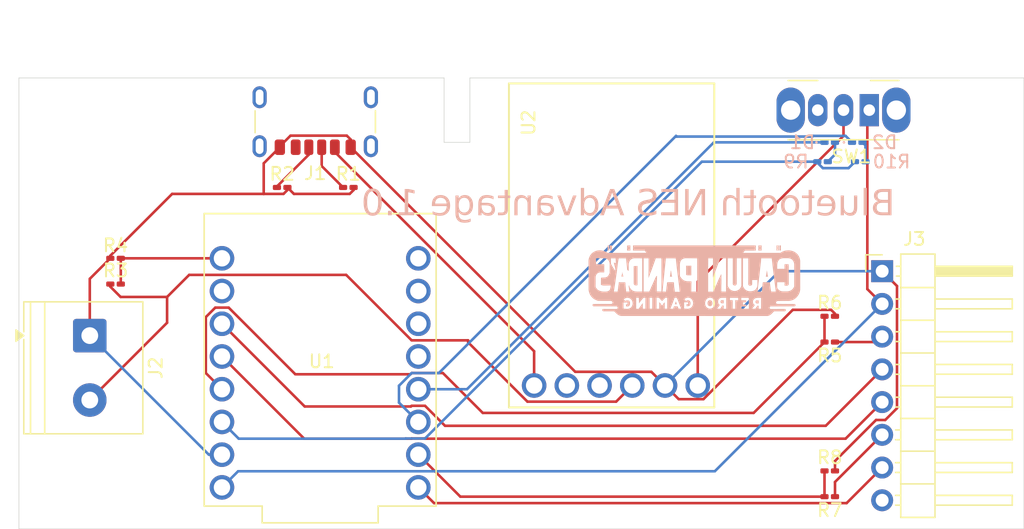
<source format=kicad_pcb>
(kicad_pcb (version 20241229) (generator "pcbnew") (generator_version "9.0")
  (layers (0 "F.Cu" signal) (2 "B.Cu" signal) (13 "F.Paste" user) (15 "B.Paste" user) (5 "F.SilkS" user "F.Silkscreen") (7 "B.SilkS" user "B.Silkscreen") (1 "F.Mask" user) (3 "B.Mask" user) (25 "Edge.Cuts" user))
  (net 0 "")
  (net 1 "GND")
  (net 2 "Net-(D1-A)")
  (net 3 "/LED 1")
  (net 7 "Net-(D2-A)")
  (net 13 "VBUS")
  (net 14 "/LED 2")
  (net 15 "Net-(J1-CC1)")
  (net 16 "Net-(J1-CC2)")
  (net 17 "+BATT")
  (net 18 "/CLOCK 0")
  (net 19 "/DATA 1 5V")
  (net 20 "+5V")
  (net 21 "/CLOCK 1")
  (net 22 "+3.3V")
  (net 24 "/DATA 0 5V")
  (net 25 "/LATCH")
  (net 26 "/BATT READ")
  (net 27 "/DATA 0")
  (net 28 "/DATA 1")
  (net 29 "Net-(SW1-B)")
  (footprint "MountingHole:MountingHole_2.5mm" (layer "F.Cu") (at 104 59)
    (property "Reference" "REF**" (hide yes))
    (property "Value" "MountingHole_2.5mm" (hide yes))
  )
  (footprint "Resistor_SMD:R_0201_0603Metric_Pad0.64x0.40mm_HandSolder" (layer "F.Cu") (at 107.5 64 180)
    (property "Reference" "R4")
    (property "Value" "100K")
  )
  (footprint "Resistor_SMD:R_0201_0603Metric_Pad0.64x0.40mm_HandSolder" (layer "F.Cu") (at 107.5 66)
    (property "Reference" "R3")
    (property "Value" "100K")
  )
  (footprint "Connector_PinHeader_2.54mm:PinHeader_1x08_P2.54mm_Horizontal" (layer "F.Cu") (at 167 65)
    (property "Reference" "J3")
    (property "Value" "Conn_01x08" (hide yes))
  )
  (footprint "Resistor_SMD:R_0201_0603Metric_Pad0.64x0.40mm_HandSolder" (layer "F.Cu") (at 162.9325 70.5 180)
    (property "Reference" "R5")
    (property "Value" "1K")
  )
  (footprint "bt-nes-advantage:MODULE_ESP32-C3_SUPERMINI" (layer "F.Cu") (at 123.38 71.88 180)
    (property "Reference" "U1")
    (property "Value" "ESP32-C3_SUPERMINI_TH" (hide yes))
  )
  (footprint "TerminalBlock_Phoenix:TerminalBlock_Phoenix_PT-1,5-2-5.0-H_1x02_P5.00mm_Horizontal" (layer "F.Cu") (at 105.5 70 -90)
    (property "Reference" "J2")
    (property "Value" "Screw_Terminal_01x02")
  )
  (footprint "Resistor_SMD:R_0201_0603Metric_Pad0.64x0.40mm_HandSolder" (layer "F.Cu") (at 125.5675 58.5)
    (property "Reference" "R1")
    (property "Value" "5.1K")
  )
  (footprint "bt-nes-advantage:Charger2A" (layer "F.Cu") (at 138.28475 50.6175 -90)
    (property "Reference" "U2")
    (property "Value" "HW775")
  )
  (footprint "Resistor_SMD:R_0201_0603Metric_Pad0.64x0.40mm_HandSolder" (layer "F.Cu") (at 162.9325 80.5)
    (property "Reference" "R8")
    (property "Value" "2K")
  )
  (footprint "Button_Switch_THT:SW_Slide_SPDT_Angled_CK_OS102011MA1Q" (layer "F.Cu") (at 166 52.5 180)
    (property "Reference" "SW1")
    (property "Value" "~")
  )
  (footprint "Resistor_SMD:R_0201_0603Metric_Pad0.64x0.40mm_HandSolder" (layer "F.Cu") (at 120.4325 58.5)
    (property "Reference" "R2")
    (property "Value" "5.1K")
  )
  (footprint "Connector_USB:USB_C_Receptacle_GCT_USB4125-xx-x-0190_6P_TopMnt_Horizontal" (layer "F.Cu") (at 123 52.3 180)
    (property "Reference" "J1")
    (property "Value" "USB_C_Receptacle_PowerOnly_6P" (hide yes))
  )
  (footprint "Resistor_SMD:R_0201_0603Metric_Pad0.64x0.40mm_HandSolder" (layer "F.Cu") (at 162.9325 82.5 180)
    (property "Reference" "R7")
    (property "Value" "1K")
  )
  (footprint "MountingHole:MountingHole_2.5mm" (layer "F.Cu") (at 174 59)
    (property "Reference" "REF**" (hide yes))
    (property "Value" "MountingHole_2.5mm" (hide yes))
  )
  (footprint "Resistor_SMD:R_0201_0603Metric_Pad0.64x0.40mm_HandSolder" (layer "F.Cu") (at 162.9325 68.5)
    (property "Reference" "R6")
    (property "Value" "2K")
  )
  (footprint "LED_SMD:LED_0201_0603Metric_Pad0.64x0.40mm_HandSolder" (layer "B.Cu") (at 165.0675 55)
    (property "Reference" "D2")
    (property "Value" "LED")
  )
  (footprint "Resistor_SMD:R_0201_0603Metric_Pad0.64x0.40mm_HandSolder" (layer "B.Cu") (at 165.2975 56.5 180)
    (property "Reference" "R10")
    (property "Value" "200")
  )
  (footprint "Resistor_SMD:R_0201_0603Metric_Pad0.64x0.40mm_HandSolder" (layer "B.Cu") (at 162.375 56.5 180)
    (property "Reference" "R9")
    (property "Value" "200")
  )
  (footprint "LED_SMD:LED_0201_0603Metric_Pad0.64x0.40mm_HandSolder" (layer "B.Cu") (at 162.9325 55)
    (property "Reference" "D1")
    (property "Value" "LED")
  )
  (gr_poly (pts (xy 147.665148 63.099507) (xy 147.664293 63.199807) (xy 147.662645 63.300038) (xy 147.660033 63.40019) (xy 148.578702 63.40084) (xy 148.636754 63.492984) (xy 148.644336 63.503984) (xy 148.65222 63.514769) (xy 148.660475 63.525309) (xy 148.669172 63.535573) (xy 148.67838 63.54553) (xy 148.688166 63.555152) (xy 148.698601 63.564408) (xy 148.709754 63.573267) (xy 147.229834 63.579847) (xy 145.749913 63.577166) (xy 145.701933 63.57657) (xy 145.696296 63.576061) (xy 145.690712 63.575266) (xy 145.685173 63.57413) (xy 145.679669 63.572596) (xy 145.674193 63.570608) (xy 145.668737 63.568109) (xy 145.666014 63.56665) (xy 145.663292 63.565043) (xy 145.660572 63.563279) (xy 145.657851 63.561352) (xy 145.61012 63.529288) (xy 145.560328 63.500286) (xy 145.5087 63.47437) (xy 145.455461 63.451562) (xy 145.400834 63.431884) (xy 145.345045 63.415358) (xy 145.288317 63.402006) (xy 145.230874 63.391851) (xy 145.172942 63.384914) (xy 145.114744 63.381219) (xy 145.056505 63.380787) (xy 144.998449 63.38364) (xy 144.9408 63.389801) (xy 144.883783 63.399291) (xy 144.827622 63.412134) (xy 144.772542 63.428351) (xy 144.717423 63.45214) (xy 144.690432 63.464775) (xy 144.663866 63.477973) (xy 144.63776 63.491787) (xy 144.612151 63.506268) (xy 144.587072 63.52147) (xy 144.56256 63.537444) (xy 144.53865 63.554244) (xy 144.515377 63.571921) (xy 144.492775 63.590527) (xy 144.470881 63.610116) (xy 144.449729 63.630739) (xy 144.429355 63.652449) (xy 144.409794 63.675298) (xy 144.391081 63.699338) (xy 144.369654 63.729203) (xy 144.349208 63.760095) (xy 144.329819 63.791937) (xy 144.311563 63.82465) (xy 144.294519 63.858155) (xy 144.278762 63.892373) (xy 144.26437 63.927225) (xy 144.251419 63.962634) (xy 144.239985 63.99852) (xy 144.230147 64.034805) (xy 144.22198 64.071409) (xy 144.215562 64.108254) (xy 144.210968 64.145262) (xy 144.208277 64.182354) (xy 144.207564 64.219451) (xy 144.208907 64.256474) (xy 144.21389 66.206018) (xy 144.214815 66.24903) (xy 144.214421 66.292735) (xy 144.213104 66.381016) (xy 144.213891 66.424987) (xy 144.21502 66.446799) (xy 144.216783 66.468444) (xy 144.219285 66.489884) (xy 144.222634 66.511083) (xy 144.226938 66.532002) (xy 144.232302 66.552603) (xy 144.241054 66.589489) (xy 144.250917 66.625956) (xy 144.261918 66.661957) (xy 144.274082 66.697448) (xy 144.287433 66.732385) (xy 144.301998 66.766722) (xy 144.317802 66.800415) (xy 144.33487 66.833419) (xy 144.353227 66.865689) (xy 144.372899 66.897181) (xy 144.393912 66.927851) (xy 144.41629 66.957652) (xy 144.440059 66.98654) (xy 144.465245 67.014472) (xy 144.491873 67.041401) (xy 144.519968 67.067283) (xy 144.539637 67.086798) (xy 144.559956 67.105181) (xy 144.580888 67.122502) (xy 144.602397 67.138834) (xy 144.624446 67.154247) (xy 144.647 67.168812) (xy 144.670022 67.1826) (xy 144.693477 67.195682) (xy 144.717327 67.20813) (xy 144.741537 67.220014) (xy 144.766071 67.231406) (xy 144.790893 67.242376) (xy 144.841253 67.263337) (xy 144.89233 67.283465) (xy 144.892546 67.298629) (xy 145.021379 67.302518) (xy 145.150212 67.304965) (xy 145.407877 67.306752) (xy 145.923206 67.306427) (xy 145.930168 67.306) (xy 145.937152 67.305971) (xy 145.944142 67.306332) (xy 145.95112 67.307071) (xy 145.958069 67.308178) (xy 145.964972 67.309645) (xy 145.971812 67.311459) (xy 145.978572 67.313612) (xy 145.985235 67.316094) (xy 145.991783 67.318893) (xy 145.998201 67.322002) (xy 146.00447 67.325408) (xy 146.010574 67.329103) (xy 146.016496 67.333076) (xy 146.022218 67.337317) (xy 146.027724 67.341816) (xy 146.032996 67.346564) (xy 146.038017 67.351549) (xy 146.042771 67.356763) (xy 146.04724 67.362195) (xy 146.051408 67.367835) (xy 146.055256 67.373672) (xy 146.058769 67.379698) (xy 146.061929 67.385901) (xy 146.064719 67.392272) (xy 146.067121 67.398802) (xy 146.06912 67.405478) (xy 146.070698 67.412293) (xy 146.071837 67.419235) (xy 146.072521 67.426295) (xy 146.072733 67.433463) (xy 146.072455 67.440728) (xy 146.072255 67.449349) (xy 146.071647 67.457441) (xy 146.07062 67.465036) (xy 146.069162 67.472162) (xy 146.06726 67.47885) (xy 146.06614 67.482039) (xy 146.064904 67.485131) (xy 146.063552 67.488127) (xy 146.062081 67.491033) (xy 146.060491 67.493853) (xy 146.058781 67.496589) (xy 146.056947 67.499246) (xy 146.05499 67.501827) (xy 146.050697 67.506778) (xy 146.045892 67.511472) (xy 146.040561 67.515938) (xy 146.034693 67.520209) (xy 146.028277 67.524312) (xy 146.0213 67.528279) (xy 146.013751 67.53214) (xy 146.007227 67.534682) (xy 146.000579 67.536808) (xy 145.993819 67.538555) (xy 145.986959 67.539959) (xy 145.980014 67.541055) (xy 145.972994 67.541881) (xy 145.965914 67.542471) (xy 145.958785 67.542863) (xy 145.944434 67.543195) (xy 145.930043 67.543167) (xy 145.915712 67.543068) (xy 145.901544 67.543187) (xy 145.251398 67.541807) (xy 144.601415 67.545787) (xy 144.594334 67.546023) (xy 144.587553 67.546796) (xy 144.581076 67.54808) (xy 144.574908 67.549849) (xy 144.569052 67.552079) (xy 144.563514 67.554742) (xy 144.558296 67.557814) (xy 144.553404 67.561269) (xy 144.548842 67.565081) (xy 144.544613 67.569225) (xy 144.540723 67.573674) (xy 144.537175 67.578404) (xy 144.533974 67.583389) (xy 144.531124 67.588604) (xy 144.528629 67.594021) (xy 144.526493 67.599617) (xy 144.524721 67.605365) (xy 144.523317 67.61124) (xy 144.522285 67.617215) (xy 144.521629 67.623266) (xy 144.521354 67.629367) (xy 144.521464 67.635492) (xy 144.521962 67.641616) (xy 144.522855 67.647713) (xy 144.524144 67.653757) (xy 144.525836 67.659722) (xy 144.527933 67.665584) (xy 144.530441 67.671316) (xy 144.533364 67.676893) (xy 144.536705 67.68229) (xy 144.54047 67.68748) (xy 144.544661 67.692437) (xy 144.546584 67.694918) (xy 144.548536 67.697286) (xy 144.550517 67.699543) (xy 144.552527 67.701691) (xy 144.554568 67.703733) (xy 144.556639 67.70567) (xy 144.558742 67.707506) (xy 144.560878 67.709242) (xy 144.563045 67.71088) (xy 144.565247 67.712423) (xy 144.567482 67.713874) (xy 144.569751 67.715233) (xy 144.572055 67.716505) (xy 144.574396 67.71769) (xy 144.579185 67.719811) (xy 144.584125 67.721615) (xy 144.589219 67.72312) (xy 144.594472 67.724344) (xy 144.599889 67.725304) (xy 144.605475 67.72602) (xy 144.611234 67.726509) (xy 144.617172 67.726789) (xy 144.623293 67.726878) (xy 144.823968 67.72812) (xy 145.024683 67.728205) (xy 145.426073 67.728396) (xy 145.669271 67.730772) (xy 145.912754 67.730995) (xy 146.398462 67.730345) (xy 146.405184 67.733229) (xy 146.411543 67.736392) (xy 146.417544 67.739822) (xy 146.423189 67.743507) (xy 146.428484 67.747438) (xy 146.433433 67.751603) (xy 146.438039 67.75599) (xy 146.442306 67.760589) (xy 146.446239 67.765389) (xy 146.449842 67.770378) (xy 146.453118 67.775546) (xy 146.456072 67.78088) (xy 146.458708 67.786371) (xy 146.46103 67.792007) (xy 146.463041 67.797776) (xy 146.464746 67.803669) (xy 146.466149 67.809673) (xy 146.467254 67.815778) (xy 146.468066 67.821972) (xy 146.468587 67.828245) (xy 146.468822 67.834584) (xy 146.468775 67.84098) (xy 146.468451 67.847422) (xy 146.467853 67.853897) (xy 146.466985 67.860395) (xy 146.465852 67.866904) (xy 146.464457 67.873414) (xy 146.462804 67.879914) (xy 146.460898 67.886392) (xy 146.458742 67.892838) (xy 146.456341 67.89924) (xy 146.453699 67.905587) (xy 146.441773 67.91127) (xy 146.430102 67.916535) (xy 146.424313 67.918969) (xy 146.418531 67.921247) (xy 146.412737 67.923354) (xy 146.40691 67.925271) (xy 146.401033 67.926983) (xy 146.395086 67.928473) (xy 146.38905 67.929723) (xy 146.382906 67.930717) (xy 146.376635 67.931438) (xy 146.370219 67.93187) (xy 146.363637 67.931994) (xy 146.356871 67.931796) (xy 146.09615 67.932876) (xy 145.835287 67.932473) (xy 145.313866 67.928765) (xy 145.309917 67.932682) (xy 145.306157 67.936751) (xy 145.30259 67.940963) (xy 145.299219 67.945307) (xy 145.29605 67.949775) (xy 145.293086 67.954358) (xy 145.290333 67.959046) (xy 145.287794 67.963829) (xy 145.285473 67.968699) (xy 145.283376 67.973645) (xy 145.281505 67.97866) (xy 145.279867 67.983732) (xy 145.278464 67.988854) (xy 145.277301 67.994014) (xy 145.276383 67.999205) (xy 145.275714 68.004417) (xy 145.275298 68.009641) (xy 145.27514 68.014866) (xy 145.275243 68.020084) (xy 145.275613 68.025285) (xy 145.276253 68.030461) (xy 145.277168 68.035601) (xy 145.278363 68.040696) (xy 145.27984 68.045737) (xy 145.281606 68.050715) (xy 145.283663 68.05562) (xy 145.286017 68.060443) (xy 145.288672 68.065174) (xy 145.291632 68.069804) (xy 145.294901 68.074324) (xy 145.298484 68.078725) (xy 145.302385 68.082996) (xy 145.304949 68.085768) (xy 145.307562 68.08836) (xy 145.310224 68.090781) (xy 145.312932 68.093035) (xy 145.315687 68.09513) (xy 145.318487 68.097071) (xy 145.32133 68.098866) (xy 145.324216 68.100521) (xy 145.327143 68.102042) (xy 145.33011 68.103435) (xy 145.336159 68.105864) (xy 145.342354 68.107861) (xy 145.348686 68.109477) (xy 145.355145 68.110762) (xy 145.361721 68.111769) (xy 145.368405 68.112549) (xy 145.375188 68.113153) (xy 145.403111 68.114838) (xy 146.200258 68.116137) (xy 146.222384 68.137389) (xy 146.244292 68.158862) (xy 146.287717 68.202216) (xy 146.33106 68.245692) (xy 146.352867 68.267316) (xy 146.374851 68.288781) (xy 146.399006 68.310202) (xy 146.423785 68.330708) (xy 146.449182 68.350215) (xy 146.475191 68.368642) (xy 146.501807 68.385904) (xy 146.529024 68.40192) (xy 146.556837 68.416606) (xy 146.585239 68.42988) (xy 146.614224 68.441658) (xy 146.643788 68.451859) (xy 146.673925 68.460399) (xy 146.704628 68.467195) (xy 146.735892 68.472165) (xy 146.767711 68.475225) (xy 146.80008 68.476294) (xy 146.832993 68.475287) (xy 158.075363 68.477237) (xy 158.086295 68.477827) (xy 158.096861 68.477982) (xy 158.1071 68.477711) (xy 158.117051 68.477026) (xy 158.126756 68.475938) (xy 158.136252 68.474457) (xy 158.14558 68.472593) (xy 158.15478 68.470359) (xy 158.163891 68.467764) (xy 158.172952 68.464819) (xy 158.182005 68.461536) (xy 158.191087 68.457924) (xy 158.200239 68.453995) (xy 158.209501 68.44976) (xy 158.228511 68.440412) (xy 158.255197 68.427974) (xy 158.280956 68.414208) (xy 158.305859 68.399223) (xy 158.329975 68.383127) (xy 158.353372 68.36603) (xy 158.37612 68.348041) (xy 158.398288 68.329267) (xy 158.419945 68.309819) (xy 158.44116 68.289805) (xy 158.462003 68.269333) (xy 158.502848 68.227454) (xy 158.583111 68.142997) (xy 158.587463 68.138704) (xy 158.591764 68.134829) (xy 158.596036 68.131354) (xy 158.600305 68.12826) (xy 158.604594 68.12553) (xy 158.608927 68.123144) (xy 158.613329 68.121084) (xy 158.617824 68.119332) (xy 158.622435 68.117869) (xy 158.627187 68.116677) (xy 158.632104 68.115738) (xy 158.637211 68.115034) (xy 158.64253 68.114545) (xy 158.648087 68.114253) (xy 158.653906 68.11414) (xy 158.66001 68.114188) (xy 159.396721 68.116787) (xy 159.403898 68.11686) (xy 159.41097 68.116736) (xy 159.417929 68.116394) (xy 159.424772 68.115809) (xy 159.431493 68.114959) (xy 159.438087 68.113821) (xy 159.44455 68.112371) (xy 159.450875 68.110586) (xy 159.457057 68.108444) (xy 159.463093 68.10592) (xy 159.468976 68.102992) (xy 159.474702 68.099637) (xy 159.480266 68.095831) (xy 159.485662 68.091551) (xy 159.490885 68.086775) (xy 159.495931 68.081478) (xy 159.500472 68.077821) (xy 159.504559 68.073853) (xy 159.508201 68.069596) (xy 159.511409 68.065077) (xy 159.51419 68.06032) (xy 159.516557 68.055348) (xy 159.518518 68.050187) (xy 159.520083 68.044861) (xy 159.521263 68.039394) (xy 159.522066 68.033811) (xy 159.522504 68.028136) (xy 159.522585 68.022395) (xy 159.522319 68.016611) (xy 159.521717 68.010808) (xy 159.520788 68.005012) (xy 159.519542 67.999246) (xy 159.517989 67.993536) (xy 159.516138 67.987905) (xy 159.514 67.982379) (xy 159.511585 67.976981) (xy 159.508901 67.971736) (xy 159.50596 67.966669) (xy 159.50277 67.961804) (xy 159.499342 67.957165) (xy 159.495686 67.952778) (xy 159.491811 67.948666) (xy 159.487727 67.944854) (xy 159.483445 67.941366) (xy 159.478973 67.938227) (xy 159.474322 67.935461) (xy 159.469502 67.933094) (xy 159.464521 67.931148) (xy 158.508595 67.934395) (xy 158.48629 67.934342) (xy 158.463783 67.934657) (xy 158.418483 67.935345) (xy 158.395853 67.935194) (xy 158.373345 67.934366) (xy 158.362163 67.933616) (xy 158.351041 67.932599) (xy 158.33999 67.931281) (xy 158.32902 67.929631) (xy 158.324553 67.927448) (xy 158.320173 67.925008) (xy 158.31589 67.922325) (xy 158.311713 67.919408) (xy 158.310363 67.918366) (xy 154.89739 67.918366) (xy 154.846861 67.919016) (xy 154.796312 67.919179) (xy 154.745722 67.918611) (xy 154.720405 67.917976) (xy 154.695071 67.917067) (xy 154.694208 67.901645) (xy 154.693703 67.886245) (xy 154.693588 67.855497) (xy 154.694378 67.824795) (xy 154.695721 67.79411) (xy 154.698665 67.732683) (xy 154.699566 67.701884) (xy 154.69962 67.670992) (xy 154.672197 67.670064) (xy 154.644816 67.669583) (xy 154.617434 67.66959) (xy 154.590012 67.670125) (xy 154.570334 67.70023) (xy 154.551028 67.730551) (xy 154.513059 67.791566) (xy 154.475172 67.85262) (xy 154.455966 67.882992) (xy 154.436431 67.913167) (xy 154.372455 67.912572) (xy 154.30852 67.912464) (xy 154.244584 67.911949) (xy 154.212604 67.91126) (xy 154.180608 67.910134) (xy 154.197017 67.893477) (xy 154.212739 67.876426) (xy 154.227838 67.859011) (xy 154.242377 67.841265) (xy 154.256422 67.823219) (xy 154.270036 67.804906) (xy 154.296227 67.767602) (xy 154.396574 67.614022) (xy 154.387108 67.609611) (xy 154.378118 67.604951) (xy 154.369591 67.600048) (xy 154.361514 67.594907) (xy 154.353876 67.589533) (xy 154.346664 67.583931) (xy 154.339867 67.578107) (xy 154.333471 67.572066) (xy 154.327465 67.565813) (xy 154.321836 67.559353) (xy 154.316573 67.552691) (xy 154.311662 67.545833) (xy 154.307092 67.538785) (xy 154.302851 67.53155) (xy 154.298926 67.524135) (xy 154.295306 67.516545) (xy 154.291977 67.508784) (xy 154.288928 67.500859) (xy 154.286579 67.49403) (xy 154.018017 67.49403) (xy 154.017759 67.514502) (xy 154.016693 67.534855) (xy 154.014815 67.555044) (xy 154.012124 67.575022) (xy 154.008615 67.594742) (xy 154.001739 67.614997) (xy 153.99433 67.634955) (xy 153.986349 67.654572) (xy 153.97776 67.673804) (xy 153.968527 67.692609) (xy 153.958612 67.710943) (xy 153.947978 67.728762) (xy 153.93659 67.746022) (xy 153.924409 67.762682) (xy 153.911399 67.778695) (xy 153.897524 67.794021) (xy 153.882747 67.808614) (xy 153.86703 67.822432) (xy 153.850337 67.83543) (xy 153.832632 67.847566) (xy 153.813877 67.858796) (xy 153.799002 67.866457) (xy 153.783581 67.873719) (xy 153.767679 67.880517) (xy 153.751359 67.886788) (xy 153.734685 67.892468) (xy 153.717721 67.897491) (xy 153.70053 67.901796) (xy 153.683176 67.905316) (xy 153.665723 67.907989) (xy 153.648235 67.909749) (xy 153.630776 67.910534) (xy 153.613409 67.910278) (xy 153.596198 67.908918) (xy 153.579207 67.90639) (xy 153.5625 67.902629) (xy 153.54614 67.897572) (xy 153.525996 67.891045) (xy 153.506218 67.88365) (xy 153.486861 67.875387) (xy 153.467982 67.866254) (xy 153.449635 67.856252) (xy 153.431878 67.84538) (xy 153.414765 67.833638) (xy 153.398353 67.821025) (xy 153.382698 67.807542) (xy 153.367854 67.793188) (xy 153.353879 67.777963) (xy 153.340828 67.761865) (xy 153.328757 67.744896) (xy 153.317721 67.727055) (xy 153.307778 67.708341) (xy 153.298981 67.688754) (xy 153.284168 67.652197) (xy 153.272616 67.61437) (xy 153.264306 67.575574) (xy 153.259218 67.536107) (xy 153.257334 67.49627) (xy 153.257844 67.480604) (xy 152.328783 67.480604) (xy 152.327708 67.508499) (xy 152.324888 67.536287) (xy 152.320364 67.563875) (xy 152.31418 67.591168) (xy 152.306379 67.618073) (xy 152.297004 67.644496) (xy 152.286098 67.670342) (xy 152.273705 67.695518) (xy 152.259867 67.71993) (xy 152.244628 67.743485) (xy 152.228031 67.766087) (xy 152.213968 67.782437) (xy 152.199101 67.797929) (xy 152.183476 67.812548) (xy 152.167135 67.826279) (xy 152.150125 67.839106) (xy 152.132488 67.851014) (xy 152.114271 67.861987) (xy 152.095516 67.872012) (xy 152.076269 67.881071) (xy 152.056574 67.889151) (xy 152.036476 67.896236) (xy 152.016018 67.90231) (xy 151.995246 67.907359) (xy 151.974203 67.911368) (xy 151.952934 67.91432) (xy 151.931484 67.916201) (xy 151.918576 67.918206) (xy 151.905756 67.919347) (xy 151.893012 67.919746) (xy 151.880329 67.919524) (xy 151.867694 67.918802) (xy 151.855094 67.917701) (xy 151.829945 67.914847) (xy 151.804776 67.911932) (xy 151.792151 67.910755) (xy 151.77948 67.909926) (xy 151.766751 67.909567) (xy 151.753951 67.909799) (xy 151.741065 67.910742) (xy 151.728081 67.912519) (xy 151.724969 67.913071) (xy 151.721848 67.91347) (xy 151.718719 67.913724) (xy 151.715582 67.91384) (xy 151.709292 67.913685) (xy 151.702985 67.913057) (xy 151.696668 67.912012) (xy 151.690351 67.910604) (xy 151.687044 67.909703) (xy 151.404025 67.909703) (xy 151.351191 67.908399) (xy 151.298316 67.907563) (xy 151.245441 67.907418) (xy 151.192607 67.908186) (xy 151.183525 67.885413) (xy 151.175112 67.862469) (xy 151.159221 67.816368) (xy 151.151211 67.793356) (xy 151.142802 67.770469) (xy 151.133728 67.74778) (xy 151.128859 67.736533) (xy 151.123723 67.725363) (xy 151.088784 67.726387) (xy 151.053827 67.726943) (xy 150.98387 67.727122) (xy 150.913872 67.726854) (xy 150.843855 67.727095) (xy 150.834962 67.749787) (xy 150.826773 67.77269) (xy 150.819238 67.79579) (xy 150.81231 67.819076) (xy 150.805941 67.842535) (xy 150.800082 67.866153) (xy 150.794684 67.889918) (xy 150.789701 67.913818) (xy 150.731214 67.91437) (xy 150.672728 67.914496) (xy 150.555755 67.914035) (xy 150.602021 67.808026) (xy 150.64669 67.70233) (xy 150.689912 67.596689) (xy 150.731837 67.490848) (xy 150.772615 67.38455) (xy 150.812395 67.277539) (xy 150.888253 67.064033) (xy 150.318778 67.064033) (xy 150.316395 67.912519) (xy 150.267694 67.911872) (xy 150.219053 67.911571) (xy 150.170454 67.911635) (xy 150.121874 67.912086) (xy 150.121329 67.786597) (xy 150.121901 67.661027) (xy 150.12404 67.40997) (xy 150.108482 67.423704) (xy 150.093391 67.43814) (xy 150.078739 67.453211) (xy 150.064501 67.468852) (xy 150.05065 67.484996) (xy 150.037159 67.501579) (xy 150.024004 67.518534) (xy 150.011156 67.535796) (xy 149.986279 67.570978) (xy 149.962319 67.606599) (xy 149.916306 67.677056) (xy 149.892033 67.640073) (xy 149.866955 67.603315) (xy 149.841039 67.566949) (xy 149.814253 67.531139) (xy 149.786562 67.496049) (xy 149.757935 67.461845) (xy 149.728339 67.428692) (xy 149.713167 67.412561) (xy 149.69774 67.396755) (xy 149.696224 67.914251) (xy 149.593006 67.914062) (xy 149.541418 67.913612) (xy 149.515611 67.913023) (xy 149.489789 67.912086) (xy 149.489358 67.060568) (xy 149.159449 67.060568) (xy 149.15799 67.273559) (xy 149.157852 67.486732) (xy 149.157104 67.699865) (xy 149.153817 67.912734) (xy 149.104138 67.911838) (xy 149.054499 67.911408) (xy 149.00486 67.911425) (xy 148.95518 67.911869) (xy 148.951907 67.699138) (xy 148.951254 67.486326) (xy 148.94991 67.273514) (xy 148.947945 67.167134) (xy 148.944607 67.062085) (xy 148.627007 67.062085) (xy 148.625216 67.274943) (xy 148.624705 67.487843) (xy 148.62354 67.913601) (xy 148.526064 67.914982) (xy 148.501733 67.914979) (xy 148.477386 67.914607) (xy 148.453009 67.913753) (xy 148.428586 67.912303) (xy 148.423678 67.858482) (xy 148.420714 67.804715) (xy 148.419303 67.750974) (xy 148.419055 67.697229) (xy 148.421871 67.481669) (xy 148.400209 67.494883) (xy 148.249472 67.704377) (xy 148.212086 67.756998) (xy 148.175251 67.809947) (xy 148.139182 67.863338) (xy 148.104096 67.917285) (xy 148.079898 67.918452) (xy 148.055716 67.919237) (xy 148.007377 67.91991) (xy 147.959038 67.919812) (xy 147.910658 67.91945) (xy 147.908651 67.704316) (xy 147.908988 67.527375) (xy 147.636423 67.527375) (xy 147.632549 67.553227) (xy 147.627645 67.578824) (xy 147.621677 67.604088) (xy 147.614612 67.628941) (xy 147.606415 67.653308) (xy 147.597051 67.67711) (xy 147.586486 67.700269) (xy 147.574687 67.722709) (xy 147.561618 67.744351) (xy 147.547246 67.76512) (xy 147.531536 67.784936) (xy 147.514454 67.803723) (xy 147.495965 67.821403) (xy 147.476037 67.837899) (xy 147.454633 67.853133) (xy 147.43172 67.867028) (xy 147.409819 67.879274) (xy 147.387738 67.889838) (xy 147.365482 67.898813) (xy 147.343053 67.906293) (xy 147.320456 67.912374) (xy 147.297693 67.917149) (xy 147.274768 67.920713) (xy 147.251685 67.923159) (xy 147.228447 67.924583) (xy 147.205058 67.925077) (xy 147.181521 67.924737) (xy 147.157839 67.923657) (xy 147.134017 67.921931) (xy 147.110058 67.919653) (xy 147.06174 67.913818) (xy 147.054097 67.913107) (xy 147.04579 67.912844) (xy 147.027674 67.913172) (xy 147.008375 67.913829) (xy 146.998589 67.913978) (xy 146.988876 67.913845) (xy 146.979358 67.913308) (xy 146.970158 67.912247) (xy 146.961399 67.910538) (xy 146.957224 67.909403) (xy 146.953205 67.908061) (xy 146.949357 67.906497) (xy 146.945697 67.904695) (xy 146.942238 67.90264) (xy 146.938998 67.900317) (xy 146.935991 67.897711) (xy 146.933232 67.894807) (xy 146.930736 67.891589) (xy 146.92852 67.888042) (xy 146.924791 67.773109) (xy 146.922564 67.658075) (xy 146.922124 67.543001) (xy 146.923755 67.427948) (xy 147.019283 67.43006) (xy 147.043203 67.430233) (xy 147.067108 67.430019) (xy 147.090982 67.429298) (xy 147.11481 67.427948) (xy 147.122545 67.427314) (xy 147.130164 67.426501) (xy 147.145117 67.424537) (xy 147.159795 67.42245) (xy 147.174326 67.420638) (xy 147.181576 67.419958) (xy 147.188837 67.419496) (xy 147.196125 67.419299) (xy 147.203454 67.419419) (xy 147.210843 67.419905) (xy 147.218305 67.420805) (xy 147.225858 67.42217) (xy 147.233516 67.424049) (xy 147.23331 67.465527) (xy 147.232911 67.486194) (xy 147.232189 67.506823) (xy 147.231052 67.527422) (xy 147.229404 67.547997) (xy 147.227152 67.568558) (xy 147.224202 67.58911) (xy 147.218067 67.584258) (xy 147.212216 67.579994) (xy 147.20659 67.576282) (xy 147.201133 67.573084) (xy 147.195787 67.570365) (xy 147.190496 67.568088) (xy 147.185203 67.566217) (xy 147.17985 67.564714) (xy 147.17438 67.563544) (xy 147.168736 67.56267) (xy 147.162862 67.562056) (xy 147.156699 67.561665) (xy 147.150191 67.56146) (xy 147.143281 67.561406) (xy 147.128025 67.561601) (xy 147.126257 67.571653) (xy 147.124769 67.581816) (xy 147.123556 67.592073) (xy 147.122613 67.602409) (xy 147.121935 67.612807) (xy 147.121517 67.623251) (xy 147.121355 67.633725) (xy 147.121445 67.644212) (xy 147.12178 67.654697) (xy 147.122357 67.665164) (xy 147.123171 67.675595) (xy 147.124216 67.685975) (xy 147.125489 67.696288) (xy 147.126984 67.706517) (xy 147.128697 67.716647) (xy 147.130623 67.726661) (xy 147.139936 67.730408) (xy 147.149943 67.733396) (xy 147.16055 67.73567) (xy 147.171662 67.737279) (xy 147.183187 67.73827) (xy 147.195031 67.738691) (xy 147.2071 67.738587) (xy 147.2193 67.738008) (xy 147.231539 67.736999) (xy 147.243723 67.735608) (xy 147.255757 67.733884) (xy 147.267548 67.731872) (xy 147.279003 67.72962) (xy 147.290028 67.727175) (xy 147.310414 67.721897) (xy 147.318236 67.719239) (xy 147.325702 67.716228) (xy 147.332823 67.712879) (xy 147.339606 67.709203) (xy 147.346059 67.705215) (xy 147.352192 67.700927) (xy 147.358013 67.696353) (xy 147.363529 67.691506) (xy 147.368751 67.686399) (xy 147.373685 67.681046) (xy 147.378341 67.675459) (xy 147.382727 67.669651) (xy 147.386851 67.663637) (xy 147.390722 67.657429) (xy 147.394348 67.65104) (xy 147.397738 67.644483) (xy 147.4009 67.637773) (xy 147.403843 67.630921) (xy 147.409104 67.616848) (xy 147.413589 67.60237) (xy 147.417365 67.587591) (xy 147.420501 67.572618) (xy 147.423063 67.557557) (xy 147.425119 67.542513) (xy 147.426737 67.527592) (xy 147.427653 67.500066) (xy 147.427771 67.485831) (xy 147.427563 67.471393) (xy 147.426954 67.456839) (xy 147.425869 67.442253) (xy 147.424233 67.427721) (xy 147.421972 67.413327) (xy 147.41901 67.399156) (xy 147.415272 67.385294) (xy 147.410684 67.371825) (xy 147.405171 67.358835) (xy 147.398658 67.346408) (xy 147.395003 67.340432) (xy 147.391069 67.334629) (xy 147.386849 67.32901) (xy 147.382331 67.323585) (xy 147.377507 67.318364) (xy 147.372368 67.313359) (xy 147.368273 67.308921) (xy 147.364032 67.304782) (xy 147.359654 67.300928) (xy 147.355144 67.297349) (xy 147.350508 67.294035) (xy 147.345753 67.290973) (xy 147.340886 67.288153) (xy 147.335912 67.285564) (xy 147.330838 67.283194) (xy 147.32567 67.281033) (xy 147.31508 67.277292) (xy 147.304193 67.274252) (xy 147.293059 67.271823) (xy 147.281729 67.269917) (xy 147.270255 67.268445) (xy 147.258688 67.267318) (xy 147.247078 67.266448) (xy 147.201241 67.263754) (xy 147.196358 67.263357) (xy 147.191616 67.263212) (xy 147.187005 67.263304) (xy 147.182516 67.263619) (xy 147.17814 67.264142) (xy 147.17387 67.264859) (xy 147.169697 67.265756) (xy 147.16561 67.266817) (xy 147.157667 67.269374) (xy 147.14997 67.272416) (xy 147.14245 67.275825) (xy 147.135037 67.279485) (xy 147.120257 67.287092) (xy 147.11275 67.290807) (xy 147.105073 67.294306) (xy 147.097156 67.297474) (xy 147.08893 67.300195) (xy 147.084679 67.301351) (xy 147.080325 67.302351) (xy 147.075858 67.303182) (xy 147.071271 67.303827) (xy 147.061729 67.298922) (xy 147.052358 67.293494) (xy 147.043161 67.287585) (xy 147.034142 67.281235) (xy 147.025302 67.274485) (xy 147.016646 67.267376) (xy 147.008176 67.259949) (xy 146.999896 67.252245) (xy 146.991809 67.244305) (xy 146.983918 67.23617) (xy 146.976226 67.227881) (xy 146.968737 67.219479) (xy 146.954379 67.202497) (xy 146.940868 67.185554) (xy 146.970934 67.163128) (xy 147.003213 67.140455) (xy 147.020069 67.129374) (xy 147.03734 67.11865) (xy 147.054983 67.108422) (xy 147.07295 67.098828) (xy 147.091197 67.090008) (xy 147.109677 67.082102) (xy 147.128344 67.075249) (xy 147.147154 67.069588) (xy 147.166061 67.065258) (xy 147.175536 67.063636) (xy 147.185018 67.062399) (xy 147.194501 67.061565) (xy 147.20398 67.06115) (xy 147.213449 67.061173) (xy 147.222902 67.06165) (xy 147.245183 67.062856) (xy 147.267389 67.065313) (xy 147.289463 67.068988) (xy 147.311346 67.073849) (xy 147.332979 67.079862) (xy 147.354302 67.086995) (xy 147.375259 67.095214) (xy 147.395789 67.104487) (xy 147.415834 67.11478) (xy 147.435336 67.12606) (xy 147.454236 67.138295) (xy 147.472474 67.151452) (xy 147.489993 67.165496) (xy 147.506734 67.180397) (xy 147.522637 67.196119) (xy 147.537645 67.212632) (xy 147.550332 67.22907) (xy 147.562084 67.246253) (xy 147.572916 67.264114) (xy 147.58284 67.282585) (xy 147.591873 67.3016) (xy 147.600027 67.32109) (xy 147.607318 67.34099) (xy 147.613759 67.36123) (xy 147.619365 67.381745) (xy 147.62415 67.402467) (xy 147.628129 67.423328) (xy 147.631315 67.444262) (xy 147.633723 67.465201) (xy 147.635368 67.486078) (xy 147.636263 67.506825) (xy 147.636423 67.527375) (xy 147.908988 67.527375) (xy 147.909061 67.489142) (xy 147.909835 67.273968) (xy 147.908925 67.058834) (xy 147.93435 67.060269) (xy 147.959776 67.061255) (xy 148.010626 67.062436) (xy 148.061477 67.063495) (xy 148.086902 67.064328) (xy 148.112328 67.06555) (xy 148.113727 67.120316) (xy 148.116169 67.174975) (xy 148.122427 67.284115) (xy 148.125365 67.338668) (xy 148.127589 67.393256) (xy 148.12866 67.447915) (xy 148.12814 67.502681) (xy 148.16422 67.449767) (xy 148.201759 67.398079) (xy 148.240471 67.347361) (xy 148.280069 67.297356) (xy 148.441583 67.099342) (xy 148.444725 67.094346) (xy 148.448245 67.089783) (xy 148.452123 67.085634) (xy 148.456339 67.081882) (xy 148.460872 67.078507) (xy 148.4657 67.075491) (xy 148.470803 67.072815) (xy 148.476161 67.070461) (xy 148.481753 67.068409) (xy 148.487557 67.066643) (xy 148.493553 67.065142) (xy 148.49972 67.063888) (xy 148.512485 67.062048) (xy 148.525685 67.060973) (xy 148.539154 67.060516) (xy 148.552727 67.060526) (xy 148.579514 67.061356) (xy 148.604717 67.062272) (xy 148.61631 67.062391) (xy 148.627007 67.062085) (xy 148.944607 67.062085) (xy 148.944566 67.060784) (xy 148.998216 67.059867) (xy 149.051927 67.059458) (xy 149.105678 67.059657) (xy 149.159449 67.060568) (xy 149.489358 67.060568) (xy 149.489355 67.053853) (xy 149.511044 67.055894) (xy 149.532735 67.057383) (xy 149.554432 67.058441) (xy 149.576136 67.059187) (xy 149.663082 67.061434) (xy 149.679563 67.075594) (xy 149.69573 67.090178) (xy 149.711623 67.105129) (xy 149.727284 67.120394) (xy 149.758072 67.151646) (xy 149.788421 67.183497) (xy 149.818658 67.21551) (xy 149.84911 67.24725) (xy 149.880106 67.278279) (xy 149.89591 67.29339) (xy 149.911973 67.30816) (xy 149.914329 67.309016) (xy 149.916645 67.309602) (xy 149.918923 67.309931) (xy 149.921164 67.310017) (xy 149.923369 67.309872) (xy 149.925539 67.309511) (xy 149.927676 67.308946) (xy 149.92978 67.30819) (xy 149.931852 67.307257) (xy 149.933894 67.30616) (xy 149.935907 67.304912) (xy 149.937892 67.303526) (xy 149.93985 67.302015) (xy 149.941783 67.300393) (xy 149.945575 67.296869) (xy 149.949279 67.293057) (xy 149.952904 67.289064) (xy 149.95995 67.280957) (xy 149.96339 67.277055) (xy 149.966788 67.273394) (xy 149.970152 67.27008) (xy 149.971825 67.268586) (xy 149.973492 67.267219) (xy 149.997045 67.241428) (xy 150.0211 67.216081) (xy 150.069886 67.165979) (xy 150.0942 67.140852) (xy 150.118185 67.115429) (xy 150.141631 67.089524) (xy 150.153087 67.076332) (xy 150.164331 67.06295) (xy 150.202962 67.062389) (xy 150.241554 67.062355) (xy 150.280145 67.06289) (xy 150.318778 67.064033) (xy 150.888253 67.064033) (xy 150.889562 67.060351) (xy 150.909553 67.060612) (xy 150.929557 67.060656) (xy 150.969574 67.060513) (xy 151.00955 67.060778) (xy 151.029503 67.061329) (xy 151.049424 67.062301) (xy 151.069714 67.097185) (xy 151.088833 67.132964) (xy 151.106903 67.169533) (xy 151.124048 67.206787) (xy 151.156055 67.28293) (xy 151.185838 67.360554) (xy 151.242673 67.516879) (xy 151.271694 67.5939) (xy 151.302432 67.669041) (xy 151.404025 67.909703) (xy 151.687044 67.909703) (xy 151.684041 67.908886) (xy 151.677746 67.906914) (xy 151.628872 67.888473) (xy 151.628763 67.648679) (xy 151.62875 67.528783) (xy 151.629955 67.408887) (xy 151.648196 67.410797) (xy 151.666521 67.412189) (xy 151.703364 67.413693) (xy 151.740374 67.413958) (xy 151.777443 67.413544) (xy 151.814461 67.413007) (xy 151.851319 67.412907) (xy 151.887908 67.413802) (xy 151.906068 67.414798) (xy 151.92412 67.416251) (xy 151.926556 67.419797) (xy 151.92879 67.423602) (xy 151.930823 67.427647) (xy 151.932657 67.431915) (xy 151.934294 67.436388) (xy 151.935735 67.441049) (xy 151.938037 67.450866) (xy 151.939578 67.461224) (xy 151.940371 67.471984) (xy 151.94043 67.483007) (xy 151.93977 67.494152) (xy 151.938404 67.505279) (xy 151.936346 67.516248) (xy 151.933611 67.526919) (xy 151.930211 67.537153) (xy 151.926162 67.54681) (xy 151.921477 67.555749) (xy 151.918901 67.559906) (xy 151.91617 67.56383) (xy 151.913288 67.567506) (xy 151.910256 67.570915) (xy 151.908674 67.580672) (xy 151.907311 67.590448) (xy 151.90612 67.600238) (xy 151.905056 67.610041) (xy 151.901157 67.64933) (xy 151.900821 67.638536) (xy 151.900619 67.627756) (xy 151.900544 67.616987) (xy 151.900589 67.606223) (xy 151.901005 67.58469) (xy 151.901808 67.563118) (xy 151.860001 67.555996) (xy 151.818194 67.549037) (xy 151.817815 67.59059) (xy 151.818085 67.632082) (xy 151.818515 67.652811) (xy 151.819169 67.673533) (xy 151.820066 67.694249) (xy 151.821227 67.714963) (xy 151.882295 67.717496) (xy 151.897091 67.717891) (xy 151.911717 67.717965) (xy 151.926183 67.717605) (xy 151.940501 67.716698) (xy 151.954678 67.715131) (xy 151.968726 67.71279) (xy 151.982654 67.709564) (xy 151.996472 67.705339) (xy 152.01019 67.700002) (xy 152.023817 67.69344) (xy 152.037364 67.685541) (xy 152.04411 67.681054) (xy 152.050839 67.676191) (xy 152.058326 67.670042) (xy 152.065394 67.663473) (xy 152.072051 67.656504) (xy 152.078302 67.64916) (xy 152.084151 67.641463) (xy 152.089604 67.633436) (xy 152.094667 67.625101) (xy 152.099344 67.616482) (xy 152.103642 67.607601) (xy 152.107565 67.598481) (xy 152.111119 67.589145) (xy 152.11431 67.579616) (xy 152.119621 67.560068) (xy 152.123541 67.54002) (xy 152.126113 67.519655) (xy 152.12738 67.499155) (xy 152.127385 67.478703) (xy 152.126171 67.458481) (xy 152.123779 67.438671) (xy 152.120255 67.419456) (xy 152.115639 67.401019) (xy 152.109975 67.383541) (xy 152.106679 67.37488) (xy 152.103013 67.366447) (xy 152.09899 67.358249) (xy 152.094621 67.350294) (xy 152.089919 67.342589) (xy 152.084896 67.33514) (xy 152.079564 67.327957) (xy 152.073936 67.321044) (xy 152.068023 67.314411) (xy 152.061839 67.308064) (xy 152.055394 67.302011) (xy 152.048702 67.296258) (xy 152.041774 67.290813) (xy 152.034623 67.285683) (xy 152.027261 67.280876) (xy 152.019701 67.276398) (xy 152.011953 67.272258) (xy 152.004032 67.268461) (xy 151.995948 67.265017) (xy 151.987714 67.261931) (xy 151.979343 67.259211) (xy 151.970846 67.256864) (xy 151.962236 67.254897) (xy 151.953524 67.253319) (xy 151.944724 67.252136) (xy 151.935848 67.251354) (xy 151.926906 67.250983) (xy 151.917913 67.251028) (xy 151.90888 67.251497) (xy 151.899819 67.252398) (xy 151.890742 67.253737) (xy 151.881662 67.255523) (xy 151.877799 67.256247) (xy 151.874004 67.257116) (xy 151.870276 67.258123) (xy 151.866609 67.259262) (xy 151.85945 67.261909) (xy 151.8525 67.265006) (xy 151.845733 67.268502) (xy 151.839123 67.272345) (xy 151.832641 67.276483) (xy 151.826263 67.280866) (xy 151.81996 67.285442) (xy 151.813707 67.29016) (xy 151.801243 67.299813) (xy 151.788657 67.309416) (xy 151.782252 67.31407) (xy 151.775736 67.318557) (xy 151.76032 67.300189) (xy 151.744767 67.281969) (xy 151.729062 67.263902) (xy 151.713189 67.245991) (xy 151.697134 67.228243) (xy 151.68088 67.210663) (xy 151.664413 67.193255) (xy 151.647718 67.176024) (xy 151.666343 67.158638) (xy 151.686015 67.142198) (xy 151.706646 67.126793) (xy 151.728153 67.112512) (xy 151.750447 67.099443) (xy 151.773443 67.087674) (xy 151.797056 67.077295) (xy 151.821199 67.068393) (xy 151.845786 67.061057) (xy 151.870732 67.055377) (xy 151.89595 67.051439) (xy 151.921354 67.049334) (xy 151.934099 67.048996) (xy 151.946858 67.049149) (xy 151.959621 67.049804) (xy 151.972376 67.050972) (xy 151.985114 67.052665) (xy 151.997823 67.054893) (xy 152.010493 67.057668) (xy 152.023112 67.061) (xy 152.048072 67.068796) (xy 152.07238 67.078245) (xy 152.095969 67.089273) (xy 152.118772 67.101805) (xy 152.14072 67.11577) (xy 152.161747 67.131093) (xy 152.181784 67.1477) (xy 152.200765 67.165518) (xy 152.218621 67.184473) (xy 152.235284 67.204492) (xy 152.250688 67.2255) (xy 152.264765 67.247426) (xy 152.277446 67.270193) (xy 152.288666 67.293731) (xy 152.298355 67.317963) (xy 152.306446 67.342818) (xy 152.314752 67.369837) (xy 152.321095 67.397219) (xy 152.325519 67.42487) (xy 152.328067 67.452697) (xy 152.328783 67.480604) (xy 153.257844 67.480604) (xy 153.258634 67.456362) (xy 153.2631 67.416682) (xy 153.270712 67.377531) (xy 153.281452 67.339206) (xy 153.2953 67.302009) (xy 153.312237 67.266239) (xy 153.332245 67.232195) (xy 153.343394 67.215913) (xy 153.355304 67.200176) (xy 153.367971 67.18502) (xy 153.381395 67.170483) (xy 153.395571 67.156602) (xy 153.410499 67.143414) (xy 153.426175 67.130958) (xy 153.442597 67.11927) (xy 153.458736 67.108845) (xy 153.475289 67.099272) (xy 153.492223 67.090571) (xy 153.509504 67.08276) (xy 153.527101 67.07586) (xy 153.544978 67.069888) (xy 153.563105 67.064866) (xy 153.581448 67.060811) (xy 153.599973 67.057744) (xy 153.618648 67.055684) (xy 153.63744 67.05465) (xy 153.656316 67.054662) (xy 153.675242 67.055738) (xy 153.694186 67.057899) (xy 153.713115 67.061163) (xy 153.731996 67.06555) (xy 153.752271 67.071735) (xy 153.77183 67.079051) (xy 153.790669 67.087451) (xy 153.808784 67.096889) (xy 153.826172 67.107318) (xy 153.842831 67.118693) (xy 153.858756 67.130967) (xy 153.873944 67.144093) (xy 153.888391 67.158027) (xy 153.902095 67.17272) (xy 153.915052 67.188128) (xy 153.927259 67.204203) (xy 153.938711 67.220901) (xy 153.949407 67.238173) (xy 153.959342 67.255975) (xy 153.968513 67.274259) (xy 153.976917 67.29298) (xy 153.984551 67.312092) (xy 153.99141 67.331547) (xy 153.997492 67.351301) (xy 154.002793 67.371306) (xy 154.007311 67.391516) (xy 154.01104 67.411886) (xy 154.013979 67.432368) (xy 154.016124 67.452917) (xy 154.017471 67.473487) (xy 154.018017 67.49403) (xy 154.286579 67.49403) (xy 154.286147 67.492774) (xy 154.28362 67.484534) (xy 154.279285 67.467614) (xy 154.275824 67.450138) (xy 154.27314 67.43215) (xy 154.271134 67.413691) (xy 154.26971 67.394802) (xy 154.26877 67.375527) (xy 154.267463 67.361399) (xy 154.266943 67.347301) (xy 154.267188 67.333258) (xy 154.268182 67.319298) (xy 154.269905 67.305445) (xy 154.272337 67.291726) (xy 154.27546 67.278166) (xy 154.279256 67.264792) (xy 154.283704 67.25163) (xy 154.288787 67.238706) (xy 154.294484 67.226045) (xy 154.300778 67.213673) (xy 154.307649 67.201617) (xy 154.315078 67.189903) (xy 154.323046 67.178556) (xy 154.331535 67.167603) (xy 154.340525 67.157069) (xy 154.349997 67.146981) (xy 154.359933 67.137364) (xy 154.370313 67.128244) (xy 154.381119 67.119648) (xy 154.392331 67.111601) (xy 154.403931 67.10413) (xy 154.4159 67.09726) (xy 154.428218 67.091017) (xy 154.440867 67.085428) (xy 154.453828 67.080518) (xy 154.467081 67.076313) (xy 154.480609 67.072839) (xy 154.494391 67.070123) (xy 154.508409 67.06819) (xy 154.522644 67.067066) (xy 154.61606 67.066202) (xy 154.709475 67.066172) (xy 154.896307 67.066416) (xy 154.895711 67.492392) (xy 154.895698 67.705379) (xy 154.89739 67.918366) (xy 158.310363 67.918366) (xy 158.307651 67.916271) (xy 158.306547 67.915333) (xy 156.65133 67.915333) (xy 156.580524 67.913775) (xy 156.509765 67.913018) (xy 156.368321 67.913059) (xy 156.226878 67.91375) (xy 156.085312 67.913385) (xy 156.083606 67.869551) (xy 156.082388 67.825737) (xy 156.081657 67.781882) (xy 156.081413 67.737926) (xy 156.174145 67.739378) (xy 156.266836 67.740281) (xy 156.45226 67.741175) (xy 156.452893 67.723061) (xy 156.453309 67.704946) (xy 156.453471 67.686832) (xy 156.453343 67.668717) (xy 156.45289 67.650602) (xy 156.452077 67.632487) (xy 156.450867 67.614373) (xy 156.449227 67.596259) (xy 156.433768 67.594616) (xy 156.418265 67.593395) (xy 156.387143 67.592028) (xy 156.355904 67.591788) (xy 156.324592 67.592305) (xy 156.261918 67.594126) (xy 156.230644 67.594689) (xy 156.199468 67.594525) (xy 156.197864 67.583156) (xy 156.19653 67.571789) (xy 156.194605 67.549063) (xy 156.193548 67.526338) (xy 156.193214 67.503601) (xy 156.193459 67.480845) (xy 156.194138 67.458058) (xy 156.196219 67.412352) (xy 156.227331 67.413443) (xy 156.258446 67.414173) (xy 156.320692 67.414897) (xy 156.445328 67.415818) (xy 156.44483 67.376539) (xy 156.444852 67.356924) (xy 156.445084 67.337322) (xy 156.44555 67.317729) (xy 156.446272 67.298145) (xy 156.447273 67.278565) (xy 156.448577 67.258988) (xy 156.352978 67.257475) (xy 156.257278 67.257282) (xy 156.065817 67.257688) (xy 156.065809 67.257038) (xy 155.827539 67.257038) (xy 155.798094 67.257518) (xy 155.769144 67.2584) (xy 155.740575 67.259088) (xy 155.712272 67.258989) (xy 155.698185 67.258458) (xy 155.684122 67.257509) (xy 155.670068 67.256065) (xy 155.65601 67.254053) (xy 155.641932 67.2514) (xy 155.627821 67.248029) (xy 155.613663 67.243868) (xy 155.599443 67.238842) (xy 155.597032 67.57633) (xy 155.597279 67.745054) (xy 155.598574 67.829428) (xy 155.600958 67.913818) (xy 155.498391 67.913574) (xy 155.447127 67.913849) (xy 155.395823 67.914469) (xy 155.396767 67.747613) (xy 155.399154 67.58023) (xy 155.399764 67.496556) (xy 155.399387 67.413009) (xy 155.397574 67.329675) (xy 155.393874 67.24664) (xy 155.367615 67.246534) (xy 155.341067 67.247209) (xy 155.28757 67.249078) (xy 155.260854 67.249357) (xy 155.247555 67.249133) (xy 155.234316 67.248591) (xy 155.22115 67.247672) (xy 155.208072 67.246321) (xy 155.195098 67.24448) (xy 155.18224 67.242092) (xy 155.182731 67.219867) (xy 155.182876 67.197835) (xy 155.182944 67.154146) (xy 155.183272 67.132388) (xy 155.184068 67.110619) (xy 155.185533 67.08879) (xy 155.186581 67.077837) (xy 155.187872 67.066849) (xy 155.507381 67.06712) (xy 155.667155 67.067093) (xy 155.82689 67.068366) (xy 155.826727 67.162702) (xy 155.826889 67.209891) (xy 155.827539 67.257038) (xy 156.065809 67.257038) (xy 156.065251 67.209112) (xy 156.065194 67.160536) (xy 156.065664 67.11196) (xy 156.066683 67.063384) (xy 156.208441 67.065932) (xy 156.350098 67.067364) (xy 156.63335 67.068583) (xy 156.635544 67.071355) (xy 156.637575 67.074147) (xy 156.639444 67.076959) (xy 156.641152 67.079792) (xy 156.642699 67.082646) (xy 156.644084 67.085519) (xy 156.64531 67.088413) (xy 156.646375 67.091327) (xy 156.64728 67.094261) (xy 156.648025 67.097216) (xy 156.648611 67.100191) (xy 156.649038 67.103186) (xy 156.649307 67.106202) (xy 156.649417 67.109238) (xy 156.649369 67.112295) (xy 156.649164 67.115371) (xy 156.65072 67.315362) (xy 156.651059 67.515353) (xy 156.65133 67.915333) (xy 158.306547 67.915333) (xy 158.303712 67.912925) (xy 158.299907 67.90938) (xy 158.296244 67.90565) (xy 158.292731 67.901746) (xy 158.289379 67.897679) (xy 158.286196 67.893461) (xy 158.283191 67.889105) (xy 158.280373 67.884621) (xy 158.277751 67.880021) (xy 158.275335 67.875317) (xy 158.273133 67.870521) (xy 158.271155 67.865644) (xy 158.269409 67.860699) (xy 158.267904 67.855696) (xy 158.26665 67.850648) (xy 158.265656 67.845566) (xy 158.26493 67.840461) (xy 158.264481 67.835347) (xy 158.26432 67.830234) (xy 158.264454 67.825133) (xy 158.264893 67.820058) (xy 158.265646 67.815019) (xy 158.266721 67.810028) (xy 158.268129 67.805096) (xy 158.269877 67.800237) (xy 158.271976 67.79546) (xy 158.274433 67.790779) (xy 158.282362 67.780698) (xy 158.29091 67.770323) (xy 158.295432 67.765199) (xy 158.300128 67.760211) (xy 158.305004 67.755429) (xy 158.310067 67.750922) (xy 158.315322 67.746761) (xy 158.320777 67.743014) (xy 158.323581 67.741319) (xy 158.326438 67.739753) (xy 158.329347 67.738326) (xy 158.33231 67.737046) (xy 158.335328 67.735922) (xy 158.338401 67.734963) (xy 158.34153 67.734178) (xy 158.344717 67.733575) (xy 158.347961 67.733163) (xy 158.351263 67.732951) (xy 158.354625 67.732947) (xy 158.358047 67.733161) (xy 159.463655 67.729911) (xy 160.06823 67.727312) (xy 160.081308 67.726813) (xy 160.094149 67.726765) (xy 160.119169 67.727447) (xy 160.143387 67.72821) (xy 160.155225 67.728264) (xy 160.166899 67.727907) (xy 160.17842 67.726998) (xy 160.189802 67.725391) (xy 160.201055 67.722945) (xy 160.212192 67.719514) (xy 160.21772 67.717385) (xy 160.223225 67.714957) (xy 160.228706 67.712211) (xy 160.234166 67.709129) (xy 160.239605 67.705693) (xy 160.245027 67.701887) (xy 160.250431 67.697691) (xy 160.25582 67.693087) (xy 160.26145 67.688209) (xy 160.266298 67.68302) (xy 160.270387 67.677553) (xy 160.273745 67.67184) (xy 160.276398 67.665915) (xy 160.278372 67.659811) (xy 160.279692 67.653559) (xy 160.280385 67.647194) (xy 160.280477 67.640748) (xy 160.279995 67.634254) (xy 160.278963 67.627745) (xy 160.277409 67.621254) (xy 160.275359 67.614813) (xy 160.272837 67.608456) (xy 160.269872 67.602215) (xy 160.266488 67.596123) (xy 160.262712 67.590214) (xy 160.25857 67.584519) (xy 160.254088 67.579073) (xy 160.249291 67.573907) (xy 160.244208 67.569055) (xy 160.238862 67.564549) (xy 160.233281 67.560423) (xy 160.22749 67.556709) (xy 160.221516 67.55344) (xy 160.215385 67.55065) (xy 160.209122 67.54837) (xy 160.202755 67.546634) (xy 160.196308 67.545475) (xy 160.189808 67.544925) (xy 160.183282 67.545018) (xy 160.176755 67.545787) (xy 159.158443 67.540156) (xy 159.117708 67.539369) (xy 159.076785 67.539468) (xy 158.994681 67.540507) (xy 158.953652 67.540538) (xy 158.912739 67.539638) (xy 158.87202 67.537351) (xy 158.851756 67.535546) (xy 158.83157 67.533224) (xy 158.826646 67.531181) (xy 158.821945 67.529033) (xy 158.817462 67.526781) (xy 158.813193 67.524424) (xy 158.809132 67.521963) (xy 158.805275 67.519398) (xy 158.801618 67.516729) (xy 158.798156 67.513958) (xy 158.794885 67.511084) (xy 158.791799 67.508107) (xy 158.788894 67.505028) (xy 158.786166 67.501848) (xy 158.78361 67.498566) (xy 158.781222 67.495182) (xy 158.778996 67.491698) (xy 158.778209 67.490334) (xy 157.603113 67.490334) (xy 157.602284 67.70192) (xy 157.599241 67.913385) (xy 157.505122 67.913926) (xy 157.458082 67.913811) (xy 157.411002 67.913167) (xy 157.411987 67.856302) (xy 157.412545 67.799417) (xy 157.413602 67.685504) (xy 157.361938 67.685017) (xy 157.310275 67.684205) (xy 157.291929 67.713092) (xy 157.273082 67.741669) (xy 157.234649 67.798361) (xy 157.215445 67.82671) (xy 157.196501 67.855216) (xy 157.17801 67.883996) (xy 157.160161 67.913167) (xy 157.095954 67.91419) (xy 157.031707 67.914523) (xy 156.903255 67.914251) (xy 156.959293 67.843005) (xy 156.987142 67.807399) (xy 157.014622 67.771555) (xy 157.041543 67.735285) (xy 157.067716 67.6984) (xy 157.09295 67.660713) (xy 157.105155 67.64151) (xy 157.117054 67.622036) (xy 157.10147 67.614791) (xy 157.086762 67.606537) (xy 157.072931 67.597332) (xy 157.059977 67.587235) (xy 157.047898 67.576301) (xy 157.036695 67.56459) (xy 157.026368 67.552159) (xy 157.016917 67.539065) (xy 157.00834 67.525367) (xy 157.000638 67.511121) (xy 156.993811 67.496386) (xy 156.987859 67.48122) (xy 156.98278 67.465679) (xy 156.978576 67.449821) (xy 156.975245 67.433705) (xy 156.972788 67.417388) (xy 156.971204 67.400927) (xy 156.970493 67.384381) (xy 156.970655 67.367807) (xy 156.971689 67.351262) (xy 156.973595 67.334804) (xy 156.976374 67.318492) (xy 156.980024 67.302382) (xy 156.984546 67.286532) (xy 156.989939 67.271) (xy 156.996204 67.255844) (xy 157.003339 67.241121) (xy 157.011345 67.226889) (xy 157.020221 67.213206) (xy 157.029967 67.200129) (xy 157.040583 67.187716) (xy 157.052069 67.176024) (xy 157.059016 67.169214) (xy 157.066201 67.162456) (xy 157.073618 67.155785) (xy 157.081255 67.149238) (xy 157.089104 67.142851) (xy 157.097156 67.13666) (xy 157.105402 67.130701) (xy 157.113832 67.125011) (xy 157.122437 67.119625) (xy 157.131208 67.11458) (xy 157.140136 67.109912) (xy 157.149211 67.105657) (xy 157.158425 67.101852) (xy 157.167768 67.098532) (xy 157.177231 67.095733) (xy 157.186805 67.093492) (xy 157.212623 67.086882) (xy 157.238278 67.081438) (xy 157.26381 67.077053) (xy 157.28926 67.073618) (xy 157.314669 67.071027) (xy 157.340076 67.06917) (xy 157.391046 67.067229) (xy 157.602924 67.067283) (xy 157.603113 67.490334) (xy 158.778209 67.490334) (xy 158.776928 67.488113) (xy 158.775014 67.484428) (xy 158.773249 67.480642) (xy 158.771628 67.476758) (xy 158.770147 67.472774) (xy 158.768801 67.468691) (xy 158.767586 67.464509) (xy 158.766496 67.460229) (xy 158.765529 67.45585) (xy 158.763938 67.446801) (xy 158.762778 67.437364) (xy 158.762012 67.42754) (xy 158.761602 67.417334) (xy 158.763651 67.410965) (xy 158.765972 67.404776) (xy 158.768558 67.398769) (xy 158.7714 67.392947) (xy 158.77449 67.38731) (xy 158.777818 67.381862) (xy 158.781376 67.376605) (xy 158.785156 67.37154) (xy 158.789149 67.36667) (xy 158.793346 67.361997) (xy 158.797738 67.357523) (xy 158.802318 67.35325) (xy 158.807076 67.349181) (xy 158.812005 67.345318) (xy 158.817094 67.341662) (xy 158.822336 67.338215) (xy 158.827722 67.334981) (xy 158.833244 67.331961) (xy 158.838892 67.329157) (xy 158.844659 67.326571) (xy 158.850535 67.324207) (xy 158.856513 67.322064) (xy 158.862582 67.320147) (xy 158.868736 67.318456) (xy 158.874965 67.316995) (xy 158.88126 67.315764) (xy 158.887614 67.314767) (xy 158.894016 67.314006) (xy 158.90046 67.313482) (xy 158.906935 67.313199) (xy 158.913435 67.313157) (xy 158.919949 67.313359) (xy 159.066259 67.312357) (xy 159.212489 67.309893) (xy 159.358718 67.307753) (xy 159.505029 67.307726) (xy 159.55082 67.30689) (xy 159.597087 67.307171) (xy 159.690262 67.308322) (xy 159.73678 67.307811) (xy 159.759936 67.306981) (xy 159.782991 67.305655) (xy 159.80592 67.303744) (xy 159.828699 67.301164) (xy 159.851303 67.297826) (xy 159.873709 67.293647) (xy 159.94044 67.274957) (xy 159.973364 67.265492) (xy 160.005953 67.255414) (xy 160.038176 67.24432) (xy 160.054141 67.238267) (xy 160.070004 67.231809) (xy 160.085759 67.224898) (xy 160.101405 67.217482) (xy 160.116936 67.209511) (xy 160.132349 67.200935) (xy 160.161188 67.184091) (xy 160.189445 67.166235) (xy 160.217096 67.147398) (xy 160.244114 67.127611) (xy 160.270474 67.106905) (xy 160.29615 67.085312) (xy 160.321117 67.062862) (xy 160.34535 67.039586) (xy 160.368822 67.015517) (xy 160.391508 66.990684) (xy 160.413383 66.96512) (xy 160.434421 66.938854) (xy 160.454597 66.911919) (xy 160.473884 66.884346) (xy 160.492259 66.856165) (xy 160.509694 66.827408) (xy 160.526164 66.798105) (xy 160.541644 66.768289) (xy 160.556109 66.73799) (xy 160.569532 66.707239) (xy 160.581889 66.676067) (xy 160.593153 66.644506) (xy 160.603299 66.612587) (xy 160.603959 66.610222) (xy 151.285318 66.610222) (xy 151.239155 66.605734) (xy 151.19281 66.60279) (xy 151.146322 66.601084) (xy 151.099733 66.600313) (xy 150.913172 66.600476) (xy 150.852086 66.173742) (xy 150.850924 66.13458) (xy 150.849287 66.095402) (xy 150.844965 66.01702) (xy 150.834757 65.860298) (xy 150.817707 65.858157) (xy 150.800598 65.856493) (xy 150.783438 65.855253) (xy 150.766232 65.854385) (xy 150.731713 65.853563) (xy 150.697098 65.853611) (xy 150.627801 65.854663) (xy 150.593231 65.854841) (xy 150.558789 65.854233) (xy 150.527639 65.854583) (xy 150.496305 65.854267) (xy 150.433395 65.853204) (xy 150.401976 65.853239) (xy 150.370688 65.854172) (xy 150.355116 65.855098) (xy 150.339607 65.856395) (xy 150.32417 65.858112) (xy 150.308814 65.860298) (xy 150.308588 65.872525) (xy 150.307679 65.885047) (xy 150.306227 65.897814) (xy 150.304369 65.910776) (xy 150.295681 65.96357) (xy 150.29389 65.976754) (xy 150.292531 65.989832) (xy 150.291742 66.002754) (xy 150.291663 66.015469) (xy 150.292433 66.027929) (xy 150.294192 66.040082) (xy 150.295485 66.046027) (xy 150.297078 66.051878) (xy 150.298988 66.057626) (xy 150.301232 66.063267) (xy 150.297851 66.068892) (xy 150.294449 66.074308) (xy 150.291149 66.079633) (xy 150.289575 66.082297) (xy 150.288072 66.084983) (xy 150.286656 66.087704) (xy 150.285341 66.090475) (xy 150.284143 66.093312) (xy 150.283077 66.096227) (xy 150.282158 66.099236) (xy 150.281402 66.102354) (xy 150.280823 66.105595) (xy 150.280438 66.108974) (xy 150.273611 66.159733) (xy 150.267576 66.210594) (xy 150.256825 66.312375) (xy 150.255414 66.323027) (xy 150.254264 66.333702) (xy 150.253372 66.344402) (xy 150.252737 66.35513) (xy 150.252356 66.365889) (xy 150.252226 66.37668) (xy 150.252345 66.387508) (xy 150.25271 66.398373) (xy 150.250361 66.405128) (xy 150.248182 66.411908) (xy 150.246168 66.418713) (xy 150.24431 66.425544) (xy 150.241036 66.439282) (xy 150.238306 66.453122) (xy 150.236062 66.467063) (xy 150.234251 66.481106) (xy 150.232815 66.495251) (xy 150.231699 66.509497) (xy 150.229261 66.549923) (xy 150.227149 66.590511) (xy 150.209933 66.591522) (xy 150.192212 66.591591) (xy 150.174075 66.590904) (xy 150.155605 66.589648) (xy 150.080121 66.582631) (xy 150.061277 66.581308) (xy 150.042615 66.580528) (xy 150.024221 66.580478) (xy 150.006181 66.581342) (xy 149.98858 66.583307) (xy 149.971503 66.586557) (xy 149.963188 66.588723) (xy 149.955037 66.59128) (xy 149.94706 66.594251) (xy 149.939267 66.59766) (xy 149.942738 66.588617) (xy 149.945786 66.579448) (xy 149.948447 66.570163) (xy 149.950761 66.560774) (xy 149.952765 66.55129) (xy 149.954497 66.541724) (xy 149.9573 66.522385) (xy 149.96526 66.443862) (xy 149.995397 66.141033) (xy 149.872116 66.141033) (xy 149.870772 66.250596) (xy 149.870464 66.360221) (xy 149.868978 66.469805) (xy 149.867102 66.52455) (xy 149.864101 66.579246) (xy 149.841696 66.580392) (xy 149.819319 66.580887) (xy 149.774638 66.580312) (xy 149.730039 66.578291) (xy 149.685501 66.575591) (xy 149.641003 66.572983) (xy 149.596526 66.571236) (xy 149.574288 66.570925) (xy 149.552048 66.571118) (xy 149.529803 66.571911) (xy 149.50755 66.573399) (xy 149.509122 66.270569) (xy 149.509717 65.96774) (xy 149.509973 65.891125) (xy 149.512414 65.814996) (xy 149.52025 65.663368) (xy 149.523841 65.587459) (xy 149.526014 65.511212) (xy 149.525866 65.434422) (xy 149.52464 65.395759) (xy 149.522497 65.356883) (xy 149.517216 65.358532) (xy 149.512091 65.360545) (xy 149.507118 65.362902) (xy 149.502292 65.365586) (xy 149.497609 65.368579) (xy 149.493064 65.371863) (xy 149.488653 65.37542) (xy 149.48437 65.379232) (xy 149.480211 65.383281) (xy 149.476171 65.387549) (xy 149.472246 65.392018) (xy 149.468432 65.39667) (xy 149.461115 65.406452) (xy 149.454182 65.41675) (xy 149.447598 65.427422) (xy 149.441324 65.438323) (xy 149.429559 65.460239) (xy 149.418592 65.481348) (xy 149.413314 65.49124) (xy 149.408124 65.500499) (xy 149.365423 65.589876) (xy 149.324706 65.680206) (xy 149.246203 65.862329) (xy 149.206904 65.953427) (xy 149.166563 66.044087) (xy 149.124425 66.133959) (xy 149.079733 66.222697) (xy 149.062108 66.269863) (xy 149.0438 66.316248) (xy 149.024755 66.361983) (xy 149.004921 66.407199) (xy 148.984244 66.45203) (xy 148.962671 66.496608) (xy 148.940148 66.541063) (xy 148.916622 66.585529) (xy 148.702281 66.583309) (xy 148.59513 66.583031) (xy 148.48794 66.584013) (xy 148.487939 66.578598) (xy 148.375083 66.578598) (xy 148.009651 66.583065) (xy 147.963105 66.58168) (xy 147.91696 66.578946) (xy 147.871396 66.574588) (xy 147.82659 66.568331) (xy 147.782721 66.5599) (xy 147.739966 66.54902) (xy 147.698505 66.535415) (xy 147.658516 66.518811) (xy 147.635853 66.506378) (xy 147.61429 66.493063) (xy 147.593767 66.478898) (xy 147.574226 66.463916) (xy 147.55561 66.448148) (xy 147.537859 66.431626) (xy 147.520915 66.414383) (xy 147.50472 66.39645) (xy 147.489215 66.37786) (xy 147.474343 66.358644) (xy 147.460044 66.338835) (xy 147.446261 66.318465) (xy 147.432934 66.297566) (xy 147.420007 66.276169) (xy 147.407419 66.254307) (xy 147.395113 66.232012) (xy 147.392501 66.224729) (xy 147.390099 66.21742) (xy 147.387895 66.210087) (xy 147.385876 66.202728) (xy 147.384027 66.195343) (xy 147.382337 66.187933) (xy 147.37938 66.173038) (xy 147.3769 66.158041) (xy 147.374794 66.142942) (xy 147.372956 66.127741) (xy 147.371283 66.112439) (xy 147.322545 66.123053) (xy 147.334523 66.24003) (xy 147.340704 66.298204) (xy 147.347537 66.356214) (xy 147.355416 66.414091) (xy 147.364734 66.471869) (xy 147.375885 66.529582) (xy 147.389263 66.587261) (xy 147.356573 66.584372) (xy 147.32396 66.582465) (xy 147.291397 66.581447) (xy 147.25886 66.581223) (xy 147.226323 66.5817) (xy 147.19376 66.582783) (xy 147.161147 66.58438) (xy 147.128458 66.586395) (xy 147.123806 66.521443) (xy 147.118128 66.456689) (xy 147.10463 66.327593) (xy 147.075603 66.069767) (xy 147.073738 66.018249) (xy 147.071569 65.966955) (xy 147.069996 65.94136) (xy 147.067897 65.915783) (xy 147.065123 65.89021) (xy 147.061524 65.86463) (xy 147.000081 65.861958) (xy 146.938205 65.861405) (xy 146.81385 65.862708) (xy 146.751722 65.86259) (xy 146.689861 65.860641) (xy 146.659085 65.858671) (xy 146.628442 65.855874) (xy 146.597953 65.852125) (xy 146.567639 65.847302) (xy 146.564333 65.859146) (xy 146.561667 65.871114) (xy 146.559557 65.883189) (xy 146.557918 65.895357) (xy 146.556665 65.907604) (xy 146.555713 65.919915) (xy 146.554371 65.944671) (xy 146.553211 65.969508) (xy 146.551554 65.994309) (xy 146.550327 66.00666) (xy 146.54872 66.018958) (xy 146.546648 66.031189) (xy 146.544026 66.043338) (xy 146.538857 66.066221) (xy 146.534343 66.089208) (xy 146.530403 66.112287) (xy 146.526955 66.135448) (xy 146.521212 66.181962) (xy 146.516463 66.228654) (xy 146.507352 66.322185) (xy 146.50169 66.368831) (xy 146.494423 66.415268) (xy 146.490864 66.425879) (xy 146.487995 66.436654) (xy 146.48571 66.447562) (xy 146.4839 66.458575) (xy 146.48246 66.469662) (xy 146.481283 66.480795) (xy 146.479287 66.503079) (xy 146.477057 66.52519) (xy 146.475588 66.536108) (xy 146.473739 66.546893) (xy 146.471404 66.557517) (xy 146.468476 66.567951) (xy 146.464848 66.578165) (xy 146.460413 66.588128) (xy 146.389743 66.586165) (xy 146.319072 66.585096) (xy 146.248401 66.584839) (xy 146.17773 66.585312) (xy 146.200907 66.419574) (xy 146.226035 66.254648) (xy 146.250511 66.101825) (xy 145.932738 66.101825) (xy 145.930548 66.138826) (xy 145.927728 66.175745) (xy 145.926013 66.194174) (xy 145.924056 66.212583) (xy 145.92183 66.230972) (xy 145.919307 66.24934) (xy 145.905579 66.305735) (xy 145.89838 66.334976) (xy 145.890389 66.364201) (xy 145.885963 66.378642) (xy 145.881179 66.392878) (xy 145.875985 66.406845) (xy 145.870325 66.420474) (xy 145.864148 66.4337) (xy 145.857399 66.446455) (xy 145.850026 66.458674) (xy 145.841976 66.470289) (xy 145.835173 66.477668) (xy 145.828253 66.484662) (xy 145.821216 66.491286) (xy 145.814066 66.497553) (xy 145.799432 66.50907) (xy 145.784369 66.519319) (xy 145.768895 66.528408) (xy 145.753027 66.536444) (xy 145.736784 66.543535) (xy 145.720183 66.549787) (xy 145.703241 66.555309) (xy 145.685978 66.560206) (xy 145.668409 66.564587) (xy 145.650554 66.568558) (xy 145.614055 66.575703) (xy 145.576621 66.582496) (xy 145.49471 66.584963) (xy 145.454122 66.585111) (xy 145.4138 66.584361) (xy 145.37376 66.582585) (xy 145.334017 66.579652) (xy 145.294588 66.575433) (xy 145.255488 66.569797) (xy 145.216733 66.562616) (xy 145.178339 66.553759) (xy 145.140323 66.543096) (xy 145.102699 66.530499) (xy 145.065484 66.515836) (xy 145.028693 66.498978) (xy 144.992343 66.479796) (xy 144.956449 66.458159) (xy 144.948204 66.453905) (xy 144.940349 66.449395) (xy 144.932862 66.444646) (xy 144.925718 66.439672) (xy 144.918894 66.434487) (xy 144.912368 66.429106) (xy 144.906115 66.423543) (xy 144.900112 66.417814) (xy 144.888764 66.405913) (xy 144.878136 66.393519) (xy 144.868043 66.38075) (xy 144.858295 66.367721) (xy 144.839094 66.341355) (xy 144.829266 66.328251) (xy 144.819037 66.315355) (xy 144.808221 66.302783) (xy 144.79663 66.290654) (xy 144.790486 66.284791) (xy 144.784078 66.279082) (xy 144.777382 66.273543) (xy 144.770377 66.268187) (xy 144.768227 66.249558) (xy 144.765814 66.231013) (xy 144.761007 66.194023) (xy 144.75902 66.175501) (xy 144.757581 66.15691) (xy 144.757131 66.147577) (xy 144.756894 66.138213) (xy 144.756896 66.128813) (xy 144.757161 66.119371) (xy 144.759176 65.956584) (xy 144.759789 65.793797) (xy 144.759329 65.468223) (xy 144.760874 65.446179) (xy 144.763399 65.424421) (xy 144.766912 65.402982) (xy 144.771419 65.381892) (xy 144.776926 65.361184) (xy 144.78344 65.34089) (xy 144.790966 65.321042) (xy 144.799511 65.301673) (xy 144.809082 65.282814) (xy 144.819685 65.264497) (xy 144.831327 65.246754) (xy 144.844012 65.229618) (xy 144.857749 65.21312) (xy 144.872543 65.197293) (xy 144.888401 65.182168) (xy 144.905329 65.167778) (xy 144.915364 65.15941) (xy 144.925867 65.151814) (xy 144.936796 65.144927) (xy 144.948113 65.138686) (xy 144.959776 65.133031) (xy 144.971746 65.127899) (xy 144.983981 65.123228) (xy 144.996442 65.118957) (xy 145.009088 65.115023) (xy 145.021879 65.111366) (xy 145.047735 65.10463) (xy 145.099414 65.091745) (xy 145.139877 65.091431) (xy 145.180355 65.091677) (xy 145.261336 65.093152) (xy 145.342316 65.094791) (xy 145.382794 65.095239) (xy 145.423256 65.09521) (xy 145.427304 65.030453) (xy 145.429647 64.9654) (xy 145.430689 64.900138) (xy 145.430838 64.834757) (xy 145.43008 64.703992) (xy 145.429985 64.638786) (xy 145.430622 64.573816) (xy 145.430899 64.544583) (xy 145.430873 64.530183) (xy 145.430405 64.515898) (xy 145.429927 64.508791) (xy 145.429246 64.501704) (xy 145.42833 64.494634) (xy 145.427149 64.487579) (xy 145.42567 64.480535) (xy 145.423863 64.473499) (xy 145.421697 64.466469) (xy 145.419141 64.459442) (xy 145.340744 64.458099) (xy 145.262331 64.457625) (xy 145.105481 64.458224) (xy 144.948631 64.459108) (xy 144.791822 64.458143) (xy 144.790928 64.23687) (xy 144.791059 64.126233) (xy 144.79247 64.015596) (xy 144.816116 64.008339) (xy 144.839487 64.002481) (xy 144.86263 63.997887) (xy 144.885594 63.994422) (xy 144.90843 63.991953) (xy 144.931185 63.990344) (xy 144.953908 63.989461) (xy 144.976648 63.989169) (xy 145.022375 63.989823) (xy 145.068758 63.991227) (xy 145.116185 63.992307) (xy 145.140414 63.992388) (xy 145.16505 63.991985) (xy 145.211286 63.991552) (xy 145.257413 63.992334) (xy 145.303464 63.994046) (xy 145.349472 63.996399) (xy 145.44149 64.001886) (xy 145.487566 64.004445) (xy 145.533731 64.006499) (xy 145.551452 64.011381) (xy 145.568746 64.017035) (xy 145.585605 64.023439) (xy 145.602021 64.030567) (xy 145.617985 64.038398) (xy 145.633491 64.046908) (xy 145.648528 64.056072) (xy 145.663091 64.065868) (xy 145.67717 64.076273) (xy 145.690757 64.087263) (xy 145.703844 64.098813) (xy 145.716424 64.110902) (xy 145.728488 64.123506) (xy 145.740027 64.1366) (xy 145.751035 64.150162) (xy 145.761502 64.164168) (xy 145.771421 64.178595) (xy 145.780784 64.19342) (xy 145.789582 64.208618) (xy 145.797807 64.224166) (xy 145.805452 64.240042) (xy 145.812508 64.256221) (xy 145.818968 64.27268) (xy 145.824822 64.289396) (xy 145.830063 64.306345) (xy 145.834683 64.323504) (xy 145.838674 64.340849) (xy 145.842028 64.358357) (xy 145.844736 64.376005) (xy 145.846791 64.393768) (xy 145.848184 64.411625) (xy 145.848908 64.42955) (xy 145.848689 65.122287) (xy 145.848479 65.125247) (xy 145.848172 65.128197) (xy 145.84777 65.131138) (xy 145.847272 65.134069) (xy 145.846679 65.136992) (xy 145.84599 65.139906) (xy 145.845208 65.142811) (xy 145.844331 65.145709) (xy 145.84336 65.148599) (xy 145.842295 65.151482) (xy 145.841137 65.154358) (xy 145.839886 65.157227) (xy 145.838543 65.16009) (xy 145.837107 65.162947) (xy 145.83558 65.165798) (xy 145.83396 65.168644) (xy 145.800462 65.245993) (xy 145.791879 65.264453) (xy 145.782971 65.282505) (xy 145.773617 65.30012) (xy 145.763695 65.317269) (xy 145.753086 65.333923) (xy 145.741668 65.350053) (xy 145.72932 65.36563) (xy 145.715921 65.380626) (xy 145.701351 65.395011) (xy 145.685489 65.408757) (xy 145.668213 65.421834) (xy 145.649404 65.434214) (xy 145.635211 65.441969) (xy 145.620983 65.449009) (xy 145.592422 65.461096) (xy 145.563721 65.470768) (xy 145.534882 65.478316) (xy 145.505905 65.484035) (xy 145.476793 65.488216) (xy 145.447546 65.491151) (xy 145.418166 65.493134) (xy 145.299339 65.497392) (xy 145.269312 65.499001) (xy 145.239159 65.501412) (xy 145.208881 65.504919) (xy 145.178481 65.509813) (xy 145.178046 65.520861) (xy 145.174855 65.653231) (xy 145.172496 65.785377) (xy 145.171071 65.917563) (xy 145.170682 66.050054) (xy 145.183028 66.058967) (xy 145.195906 66.066976) (xy 145.209266 66.074132) (xy 145.223055 66.080485) (xy 145.237223 66.086085) (xy 145.251717 66.090983) (xy 145.266487 66.095229) (xy 145.28148 66.098874) (xy 145.296647 66.101968) (xy 145.311935 66.104561) (xy 145.327292 66.106705) (xy 145.342668 66.108449) (xy 145.37327 66.11094) (xy 145.403328 66.112439) (xy 145.535822 66.112548) (xy 145.668195 66.110707) (xy 145.800487 66.107078) (xy 145.932738 66.101825) (xy 146.250511 66.101825) (xy 146.27889 65.924633) (xy 146.301556 65.756496) (xy 146.326193 65.588581) (xy 146.351114 65.420707) (xy 146.374634 65.25269) (xy 146.399142 65.097121) (xy 146.420177 64.940628) (xy 146.457598 64.626291) (xy 146.476866 64.469158) (xy 146.488731 64.382978) (xy 146.325896 64.382978) (xy 146.32077 64.382211) (xy 146.315745 64.38126) (xy 146.305968 64.378861) (xy 146.296507 64.375892) (xy 146.287304 64.372465) (xy 146.278302 64.36869) (xy 146.269442 64.364678) (xy 146.251921 64.356388) (xy 146.243143 64.352332) (xy 146.234278 64.348484) (xy 146.225266 64.344954) (xy 146.21605 64.341854) (xy 146.206574 64.339295) (xy 146.201719 64.338253) (xy 146.196777 64.337387) (xy 146.191742 64.336712) (xy 146.186604 64.336242) (xy 146.181358 64.335991) (xy 146.175997 64.335971) (xy 146.183309 64.376519) (xy 146.191888 64.416945) (xy 146.201436 64.457269) (xy 146.211657 64.497513) (xy 146.232929 64.577836) (xy 146.243386 64.617958) (xy 146.253328 64.658079) (xy 146.259298 64.676791) (xy 146.264499 64.695565) (xy 146.269001 64.714406) (xy 146.272874 64.73332) (xy 146.276188 64.752312) (xy 146.279011 64.771389) (xy 146.283465 64.809819) (xy 146.295569 64.968057) (xy 146.284778 64.959316) (xy 146.274467 64.949804) (xy 146.264591 64.939607) (xy 146.255102 64.928812) (xy 146.245953 64.917506) (xy 146.237098 64.905774) (xy 146.228488 64.893705) (xy 146.220078 64.881383) (xy 146.187491 64.831315) (xy 146.171172 64.807023) (xy 146.162842 64.795365) (xy 146.154335 64.78415) (xy 146.098652 64.693218) (xy 146.070459 64.647248) (xy 146.042886 64.600785) (xy 146.016573 64.553712) (xy 146.004088 64.529911) (xy 145.992158 64.505914) (xy 145.980862 64.481706) (xy 145.970281 64.457272) (xy 145.960495 64.432599) (xy 145.951583 64.407671) (xy 145.950388 64.356945) (xy 145.949907 64.306156) (xy 145.950202 64.204459) (xy 145.950699 64.102721) (xy 145.950472 64.051881) (xy 145.949632 64.001084) (xy 146.039671 64.002058) (xy 146.129749 64.002383) (xy 146.309865 64.003032) (xy 146.314454 64.049912) (xy 146.318066 64.097216) (xy 146.32082 64.14482) (xy 146.322836 64.192599) (xy 146.325127 64.288184) (xy 146.325896 64.382978) (xy 146.488731 64.382978) (xy 146.49843 64.312523) (xy 146.52373 64.15674) (xy 146.554209 64.002166) (xy 146.62525 64.003191) (xy 146.696363 64.003415) (xy 146.838679 64.002898) (xy 146.980915 64.003477) (xy 147.051926 64.005072) (xy 147.122826 64.008016) (xy 147.132296 64.121163) (xy 147.143144 64.233905) (xy 147.166934 64.458739) (xy 147.190116 64.683654) (xy 147.200202 64.796497) (xy 147.208606 64.909787) (xy 147.236983 64.888993) (xy 147.252579 64.939897) (xy 147.264797 64.944837) (xy 147.270531 64.947338) (xy 147.276038 64.949895) (xy 147.281335 64.952536) (xy 147.286441 64.955287) (xy 147.291372 64.958178) (xy 147.296146 64.961233) (xy 147.30078 64.964482) (xy 147.305292 64.967951) (xy 147.309699 64.971668) (xy 147.314019 64.975659) (xy 147.31827 64.979953) (xy 147.322467 64.984575) (xy 147.32663 64.989555) (xy 147.330776 64.994918) (xy 147.328661 64.875312) (xy 147.327988 64.755665) (xy 147.327518 64.636018) (xy 147.326012 64.516413) (xy 147.325665 64.495557) (xy 147.326149 64.474829) (xy 147.32744 64.454231) (xy 147.329511 64.43377) (xy 147.332336 64.41345) (xy 147.335889 64.393275) (xy 147.340143 64.373251) (xy 147.345074 64.353382) (xy 147.350654 64.333673) (xy 147.356858 64.314128) (xy 147.36366 64.294753) (xy 147.371034 64.275553) (xy 147.378953 64.256531) (xy 147.387392 64.237693) (xy 147.396325 64.219043) (xy 147.405725 64.200586) (xy 147.41204 64.189625) (xy 147.41879 64.17896) (xy 147.425957 64.16859) (xy 147.433526 64.158518) (xy 147.441481 64.148744) (xy 147.449805 64.139268) (xy 147.458481 64.130092) (xy 147.467495 64.121217) (xy 147.476829 64.112643) (xy 147.486467 64.104372) (xy 147.506592 64.088739) (xy 147.527738 64.074326) (xy 147.549775 64.06114) (xy 147.572574 64.049188) (xy 147.596005 64.038476) (xy 147.619937 64.029012) (xy 147.64424 64.020802) (xy 147.668784 64.013854) (xy 147.693439 64.008175) (xy 147.718076 64.003771) (xy 147.742563 64.00065) (xy 148.056441 63.999974) (xy 148.213439 64.00062) (xy 148.370316 64.002384) (xy 148.371409 64.017134) (xy 148.372401 64.031843) (xy 148.373271 64.046553) (xy 148.373999 64.061303) (xy 148.375083 66.578598) (xy 148.487939 66.578598) (xy 148.487506 64.003032) (xy 148.582256 64.002359) (xy 148.677046 64.002518) (xy 148.866584 64.002816) (xy 148.869401 64.034257) (xy 148.871045 64.065845) (xy 148.871786 64.097544) (xy 148.871892 64.12932) (xy 148.871276 64.192958) (xy 148.871092 64.224749) (xy 148.87135 64.256474) (xy 148.872027 64.679037) (xy 148.871076 64.890197) (xy 148.869327 64.995747) (xy 148.866368 65.101276) (xy 148.865801 65.152624) (xy 148.866063 65.204118) (xy 148.86718 65.307305) (xy 148.867091 65.358882) (xy 148.865941 65.41037) (xy 148.863258 65.461711) (xy 148.861194 65.487308) (xy 148.85857 65.512847) (xy 148.861073 65.511765) (xy 148.86343 65.510515) (xy 148.865646 65.509106) (xy 148.867729 65.507545) (xy 148.869685 65.505842) (xy 148.871521 65.504005) (xy 148.873244 65.502042) (xy 148.87486 65.499961) (xy 148.876376 65.497772) (xy 148.877799 65.495483) (xy 148.879135 65.493101) (xy 148.880392 65.490636) (xy 148.882692 65.48549) (xy 148.884753 65.480111) (xy 148.886629 65.474566) (xy 148.888374 65.468925) (xy 148.891682 65.457619) (xy 148.893353 65.452091) (xy 148.895106 65.446736) (xy 148.896997 65.441621) (xy 148.899077 65.436814) (xy 148.946949 65.311928) (xy 148.995633 65.187327) (xy 149.093165 64.938163) (xy 149.246908 64.509156) (xy 149.402275 64.080799) (xy 149.417412 64.030896) (xy 149.419666 64.025192) (xy 149.42223 64.019645) (xy 149.425173 64.014264) (xy 149.428564 64.009061) (xy 149.430448 64.00653) (xy 149.432471 64.004048) (xy 149.43464 64.001615) (xy 149.436964 63.999235) (xy 149.439451 63.996906) (xy 149.442111 63.994633) (xy 149.444951 63.992414) (xy 149.447981 63.990253) (xy 149.473412 63.993352) (xy 149.49893 63.995722) (xy 149.524523 63.997452) (xy 149.550183 63.99863) (xy 149.60166 63.999685) (xy 149.653279 63.999594) (xy 149.756618 63.998812) (xy 149.808176 63.999537) (xy 149.859551 64.00195) (xy 149.861182 64.022952) (xy 149.863045 64.043899) (xy 149.866863 64.085726) (xy 149.868513 64.106658) (xy 149.869787 64.127635) (xy 149.870533 64.148682) (xy 149.870599 64.169827) (xy 149.872116 66.141033) (xy 149.995397 66.141033) (xy 150.026726 65.826235) (xy 150.089814 65.209584) (xy 150.210253 64.017113) (xy 150.219135 64.004549) (xy 150.40955 64.002058) (xy 150.600352 64.000867) (xy 150.791113 64.0026) (xy 150.886345 64.005071) (xy 150.981407 64.008882) (xy 151.062854 64.765955) (xy 151.119729 65.226809) (xy 151.179447 65.68752) (xy 151.236485 66.148516) (xy 151.262272 66.379254) (xy 151.285318 66.610222) (xy 160.603959 66.610222) (xy 160.612302 66.58034) (xy 160.620136 66.547797) (xy 160.626775 66.51499) (xy 160.632195 66.481949) (xy 160.636368 66.448705) (xy 160.639271 66.415289) (xy 160.640877 66.381733) (xy 160.64116 66.348068) (xy 160.640096 66.314325) (xy 160.639789 65.350899) (xy 160.174182 65.350899) (xy 160.172856 66.184573) (xy 160.172323 66.187609) (xy 160.171698 66.190625) (xy 160.170982 66.19362) (xy 160.170175 66.196595) (xy 160.169276 66.19955) (xy 160.168286 66.202484) (xy 160.167205 66.205398) (xy 160.166032 66.208292) (xy 160.164768 66.211165) (xy 160.163413 66.214018) (xy 160.161966 66.216851) (xy 160.160427 66.219664) (xy 160.158798 66.222456) (xy 160.157076 66.225228) (xy 160.155264 66.22798) (xy 160.15336 66.230712) (xy 160.133194 66.263861) (xy 160.112701 66.296238) (xy 160.102197 66.312074) (xy 160.091451 66.327641) (xy 160.080408 66.342913) (xy 160.069015 66.357865) (xy 160.057219 66.372472) (xy 160.044965 66.386709) (xy 160.032201 66.400549) (xy 160.018872 66.413969) (xy 160.004925 66.426941) (xy 159.990306 66.439441) (xy 159.974962 66.451444) (xy 159.958839 66.462924) (xy 159.935581 66.477152) (xy 159.911882 66.49028) (xy 159.887767 66.502324) (xy 159.863264 66.513301) (xy 159.838398 66.523226) (xy 159.813194 66.532117) (xy 159.78768 66.539991) (xy 159.761881 66.546863) (xy 159.735823 66.552749) (xy 159.709532 66.557668) (xy 159.683034 66.561635) (xy 159.656355 66.564666) (xy 159.629521 66.566778) (xy 159.602559 66.567988) (xy 159.575494 66.568312) (xy 159.548352 66.567766) (xy 159.48598 66.567828) (xy 159.422718 66.568988) (xy 159.359135 66.569544) (xy 159.327403 66.569064) (xy 159.295805 66.567793) (xy 159.264412 66.56552) (xy 159.233296 66.562032) (xy 159.202529 66.557114) (xy 159.172181 66.550556) (xy 159.142325 66.542143) (xy 159.13731 66.540348) (xy 158.738704 66.540348) (xy 158.738673 66.547741) (xy 158.738276 66.555034) (xy 158.737457 66.562202) (xy 158.736162 66.569221) (xy 158.734336 66.576066) (xy 158.731926 66.582713) (xy 158.644274 66.585881) (xy 158.600001 66.586947) (xy 158.555628 66.587262) (xy 158.511306 66.586521) (xy 158.467184 66.584419) (xy 158.423413 66.580652) (xy 158.401706 66.578049) (xy 158.380142 66.574915) (xy 158.347866 66.376711) (xy 158.331095 66.246741) (xy 158.315563 66.116447) (xy 158.299341 65.986315) (xy 158.290368 65.921462) (xy 158.280499 65.856832) (xy 158.145459 65.855248) (xy 158.010378 65.85472) (xy 157.740258 65.854882) (xy 157.727164 65.945801) (xy 157.716085 66.037169) (xy 157.697639 66.220775) (xy 157.680249 66.404746) (xy 157.67049 66.49657) (xy 157.659244 66.588128) (xy 157.619005 66.590381) (xy 157.578064 66.592136) (xy 157.53667 66.5932) (xy 157.495076 66.593381) (xy 157.453533 66.592486) (xy 157.412292 66.590322) (xy 157.371604 66.586695) (xy 157.351546 66.584273) (xy 157.331721 66.581414) (xy 157.343774 66.491646) (xy 157.353254 66.40147) (xy 157.368166 66.22045) (xy 157.375437 66.129885) (xy 157.38381 66.03947) (xy 157.394203 65.949345) (xy 157.407537 65.859648) (xy 157.415507 65.808496) (xy 157.421911 65.757118) (xy 157.427568 65.700435) (xy 157.323489 65.700435) (xy 157.322039 65.763176) (xy 157.321678 65.826868) (xy 157.320863 65.955636) (xy 157.318727 66.019976) (xy 157.31432 66.083795) (xy 157.311002 66.115395) (xy 157.306801 66.146726) (xy 157.301611 66.177743) (xy 157.295329 66.2084) (xy 157.285133 66.232432) (xy 157.274602 66.256104) (xy 157.263603 66.279399) (xy 157.252006 66.302304) (xy 157.239677 66.324802) (xy 157.233198 66.335894) (xy 157.226486 66.346879) (xy 157.219525 66.357755) (xy 157.212299 66.368519) (xy 157.204791 66.379171) (xy 157.196985 66.389708) (xy 157.185377 66.403055) (xy 157.173309 66.415737) (xy 157.160798 66.42777) (xy 157.147861 66.439174) (xy 157.134515 66.449967) (xy 157.120778 66.460169) (xy 157.106666 66.469798) (xy 157.092197 66.478872) (xy 157.077388 66.487411) (xy 157.062256 66.495433) (xy 157.046818 66.502957) (xy 157.031091 66.510001) (xy 157.015093 66.516584) (xy 156.99884 66.522726) (xy 156.98235 66.528444) (xy 156.965639 66.533757) (xy 156.937536 66.540331) (xy 156.90959 66.545984) (xy 156.881786 66.550694) (xy 156.854109 66.554441) (xy 156.826544 66.557201) (xy 156.799075 66.558953) (xy 156.771688 66.559675) (xy 156.744366 66.559345) (xy 156.717095 66.557941) (xy 156.68986 66.555442) (xy 156.662645 66.551825) (xy 156.635435 66.547069) (xy 156.608215 66.541152) (xy 156.58097 66.534051) (xy 156.553684 66.525745) (xy 156.526342 66.516212) (xy 156.498684 66.504586) (xy 156.47237 66.49167) (xy 156.447345 66.477512) (xy 156.423551 66.462156) (xy 156.400933 66.445649) (xy 156.379433 66.428037) (xy 156.358996 66.409365) (xy 156.339565 66.389681) (xy 156.321083 66.369029) (xy 156.303494 66.347456) (xy 156.286742 66.325008) (xy 156.270769 66.301731) (xy 156.25552 66.277671) (xy 156.240938 66.252874) (xy 156.226966 66.227386) (xy 156.213548 66.201252) (xy 156.209872 66.191178) (xy 156.206641 66.1811) (xy 156.20385 66.171011) (xy 156.20262 66.165961) (xy 156.201499 66.160907) (xy 156.200488 66.155847) (xy 156.199585 66.150782) (xy 156.198791 66.145711) (xy 156.198105 66.140633) (xy 156.197527 66.135547) (xy 156.197056 66.130453) (xy 156.196436 66.120237) (xy 156.20021 65.590507) (xy 156.200633 65.060633) (xy 156.200125 64.01408) (xy 156.070366 64.01408) (xy 156.070366 66.097709) (xy 156.070215 66.106018) (xy 156.069624 66.114367) (xy 156.06863 66.122744) (xy 156.067272 66.131139) (xy 156.065586 66.13954) (xy 156.063611 66.147937) (xy 156.061382 66.156317) (xy 156.058939 66.164671) (xy 156.053557 66.181253) (xy 156.047763 66.197593) (xy 156.03614 66.229196) (xy 155.998672 66.287865) (xy 155.97987 66.316262) (xy 155.970205 66.330127) (xy 155.96027 66.343731) (xy 155.949996 66.357046) (xy 155.93931 66.370042) (xy 155.928144 66.382693) (xy 155.916426 66.394968) (xy 155.904086 66.406839) (xy 155.891054 66.418278) (xy 155.877259 66.429257) (xy 155.862631 66.439746) (xy 155.845535 66.450229) (xy 155.828204 66.460365) (xy 155.81064 66.470106) (xy 155.792847 66.479403) (xy 155.774828 66.48821) (xy 155.756587 66.496477) (xy 155.738125 66.504157) (xy 155.719448 66.511202) (xy 155.700557 66.517565) (xy 155.681456 66.523196) (xy 155.662148 66.528049) (xy 155.642637 66.532075) (xy 155.622925 66.535227) (xy 155.603016 66.537456) (xy 155.582912 66.538715) (xy 155.562618 66.538956) (xy 155.534707 66.539736) (xy 155.506828 66.538634) (xy 155.479055 66.535728) (xy 155.45146 66.531097) (xy 155.424116 66.524818) (xy 155.397097 66.51697) (xy 155.370475 66.507631) (xy 155.344323 66.496878) (xy 155.318714 66.48479) (xy 155.293722 66.471445) (xy 155.269419 66.456921) (xy 155.245878 66.441296) (xy 155.223172 66.424648) (xy 155.201374 66.407054) (xy 155.180558 66.388594) (xy 155.160795 66.369345) (xy 155.149911 66.35788) (xy 155.139636 66.346159) (xy 155.129913 66.334201) (xy 155.120681 66.322025) (xy 155.11188 66.30965) (xy 155.103451 66.297094) (xy 155.095335 66.284377) (xy 155.087471 66.271516) (xy 155.026493 66.165728) (xy 155.011113 66.144282) (xy 155.013537 64.88466) (xy 154.882877 64.88466) (xy 154.88071 66.583579) (xy 154.790612 66.583731) (xy 154.700432 66.583335) (xy 154.655362 66.582532) (xy 154.610333 66.581112) (xy 154.565365 66.578915) (xy 154.520478 66.575781) (xy 154.517662 66.521065) (xy 154.515899 66.466268) (xy 154.514984 66.41141) (xy 154.514711 66.356512) (xy 154.515929 66.136917) (xy 154.521877 66.023476) (xy 154.524766 65.910228) (xy 154.525315 65.797102) (xy 154.524242 65.684027) (xy 154.520103 65.457744) (xy 154.518473 65.344395) (xy 154.518096 65.230812) (xy 154.510649 65.237512) (xy 154.503787 65.244521) (xy 154.497456 65.251816) (xy 154.4916 65.259375) (xy 154.486167 65.267176) (xy 154.4811 65.275199) (xy 154.476345 65.283419) (xy 154.471848 65.291817) (xy 154.467554 65.300369) (xy 154.463408 65.309054) (xy 154.455344 65.326736) (xy 154.44722 65.344687) (xy 154.438597 65.362732) (xy 154.421905 65.39955) (xy 154.404727 65.436127) (xy 154.369415 65.508812) (xy 154.333657 65.581294) (xy 154.298447 65.654081) (xy 154.273947 65.71584) (xy 154.248544 65.777094) (xy 154.196042 65.898666) (xy 154.142971 66.019954) (xy 154.116856 66.080853) (xy 154.091361 66.142115) (xy 154.067924 66.199368) (xy 154.043784 66.256282) (xy 154.018989 66.312887) (xy 153.993587 66.369211) (xy 153.941156 66.481123) (xy 153.886877 66.592244) (xy 153.862623 66.592979) (xy 153.838213 66.593146) (xy 153.789024 66.592227) (xy 153.689891 66.588535) (xy 153.640359 66.587563) (xy 153.615692 66.58769) (xy 153.591125 66.588375) (xy 153.566683 66.589733) (xy 153.542392 66.591874) (xy 153.518279 66.594912) (xy 153.494368 66.598959) (xy 153.4945 65.339553) (xy 152.64415 65.339553) (xy 152.641768 66.50928) (xy 152.640993 66.529229) (xy 152.639954 66.549137) (xy 152.63863 66.569045) (xy 152.637002 66.588994) (xy 152.525306 66.585748) (xy 152.41294 66.584473) (xy 152.300615 66.585187) (xy 152.189041 66.587912) (xy 152.188877 66.290308) (xy 152.190015 66.141557) (xy 152.192289 65.992867) (xy 152.194122 65.967173) (xy 152.195538 65.941573) (xy 152.196508 65.916039) (xy 152.197 65.890543) (xy 152.196985 65.865057) (xy 152.196432 65.839554) (xy 152.19531 65.814005) (xy 152.193588 65.788382) (xy 152.165704 65.786443) (xy 152.137926 65.785237) (xy 152.082635 65.784422) (xy 151.972696 65.78497) (xy 151.917815 65.783927) (xy 151.890346 65.78255) (xy 151.862838 65.780401) (xy 151.835276 65.777331) (xy 151.807647 65.77319) (xy 151.779935 65.767826) (xy 151.752127 65.761089) (xy 151.726587 65.755286) (xy 151.701707 65.748228) (xy 151.677473 65.739961) (xy 151.653873 65.730535) (xy 151.630898 65.719999) (xy 151.608533 65.708401) (xy 151.586769 65.695789) (xy 151.565592 65.682213) (xy 151.544992 65.66772) (xy 151.524956 65.652359) (xy 151.505473 65.636179) (xy 151.486531 65.619228) (xy 151.468118 65.601555) (xy 151.450223 65.583208) (xy 151.432833 65.564236) (xy 151.415938 65.544688) (xy 151.373888 65.480868) (xy 151.36295 65.465262) (xy 151.351512 65.449983) (xy 151.345554 65.442496) (xy 151.339409 65.435126) (xy 151.333056 65.427885) (xy 151.326476 65.420784) (xy 151.321665 65.412194) (xy 151.317588 65.403558) (xy 151.314183 65.394875) (xy 151.311387 65.38614) (xy 151.309136 65.377348) (xy 151.307368 65.368497) (xy 151.306021 65.359583) (xy 151.305031 65.350601) (xy 151.304335 65.341548) (xy 151.303871 65.332421) (xy 151.303386 65.313925) (xy 151.303074 65.295085) (xy 151.302432 65.275869) (xy 151.300969 64.863107) (xy 151.301132 64.450345) (xy 151.306337 64.417131) (xy 151.312108 64.383366) (xy 151.318788 64.349414) (xy 151.326719 64.315636) (xy 151.331261 64.298927) (xy 151.336245 64.282397) (xy 151.341712 64.266093) (xy 151.347707 64.250059) (xy 151.354272 64.234342) (xy 151.361449 64.218986) (xy 151.369282 64.204036) (xy 151.377813 64.189539) (xy 151.385268 64.177292) (xy 151.393242 64.16541) (xy 151.401715 64.153895) (xy 151.410665 64.142751) (xy 151.420072 64.131981) (xy 151.429917 64.121587) (xy 151.440177 64.111573) (xy 151.450833 64.101941) (xy 151.461864 64.092695) (xy 151.473249 64.083838) (xy 151.484969 64.075372) (xy 151.497002 64.0673) (xy 151.521926 64.052352) (xy 151.547857 64.039018) (xy 151.57463 64.027321) (xy 151.602083 64.017285) (xy 151.630049 64.008934) (xy 151.658365 64.002292) (xy 151.686866 63.997382) (xy 151.715388 63.994228) (xy 151.743767 63.992855) (xy 151.771838 63.993285) (xy 152.636569 64.001733) (xy 152.638306 64.012088) (xy 152.639717 64.022443) (xy 152.640835 64.032801) (xy 152.64169 64.043168) (xy 152.642734 64.063943) (xy 152.643095 64.084805) (xy 152.642753 64.126931) (xy 152.642543 64.148265) (xy 152.642635 64.169827) (xy 152.64415 65.339553) (xy 153.4945 65.339553) (xy 153.494504 65.299235) (xy 153.495069 64.648166) (xy 153.5 64) (xy 153.591626 64.002339) (xy 153.68323 64.003764) (xy 153.866298 64.005415) (xy 153.869104 64.376777) (xy 153.866812 64.747976) (xy 153.860665 65.491185) (xy 153.954349 65.252758) (xy 154.049311 65.014575) (xy 154.142771 64.775824) (xy 154.188068 64.655981) (xy 154.231946 64.535692) (xy 154.257271 64.468667) (xy 154.281832 64.401386) (xy 154.330154 64.266573) (xy 154.354662 64.1993) (xy 154.379898 64.132288) (xy 154.406235 64.065667) (xy 154.434048 63.999567) (xy 154.88266 64.0013) (xy 154.880331 64.44298) (xy 154.880162 64.66384) (xy 154.882877 64.88466) (xy 155.013537 64.88466) (xy 155.015229 64.005415) (xy 155.063149 64.002169) (xy 155.111197 64.000565) (xy 155.159335 64.000134) (xy 155.20753 64.000406) (xy 155.303944 64.001181) (xy 155.352093 64.000745) (xy 155.400156 63.999134) (xy 155.402272 64.015046) (xy 155.403804 64.030946) (xy 155.404839 64.046841) (xy 155.405463 64.062738) (xy 155.405761 64.078645) (xy 155.405821 64.094571) (xy 155.405571 64.126504) (xy 155.404921 65.881093) (xy 155.405134 65.891141) (xy 155.404945 65.900988) (xy 155.404458 65.910651) (xy 155.403774 65.920148) (xy 155.402222 65.938715) (xy 155.401557 65.94782) (xy 155.401103 65.956828) (xy 155.400962 65.965757) (xy 155.401234 65.974626) (xy 155.402023 65.98345) (xy 155.403429 65.992248) (xy 155.405555 66.001037) (xy 155.406919 66.005434) (xy 155.408502 66.009835) (xy 155.410316 66.014243) (xy 155.412373 66.018659) (xy 155.414686 66.023086) (xy 155.417269 66.027526) (xy 155.421183 66.034407) (xy 155.425326 66.040995) (xy 155.42969 66.047294) (xy 155.434269 66.053304) (xy 155.439054 66.059028) (xy 155.444038 66.064467) (xy 155.449214 66.069623) (xy 155.454574 66.074498) (xy 155.460111 66.079092) (xy 155.465818 66.083409) (xy 155.471688 66.087449) (xy 155.477712 66.091214) (xy 155.483884 66.094705) (xy 155.490196 66.097926) (xy 155.496641 66.100876) (xy 155.503211 66.103558) (xy 155.509899 66.105974) (xy 155.516698 66.108125) (xy 155.5236 66.110012) (xy 155.530598 66.111638) (xy 155.537685 66.113004) (xy 155.544853 66.114112) (xy 155.552094 66.114964) (xy 155.559402 66.11556) (xy 155.566769 66.115903) (xy 155.574188 66.115995) (xy 155.581651 66.115837) (xy 155.589151 66.115431) (xy 155.604231 66.11388) (xy 155.619371 66.111357) (xy 155.631343 66.09979) (xy 155.64391 66.087948) (xy 155.656648 66.075762) (xy 155.662951 66.069517) (xy 155.669139 66.06316) (xy 155.675159 66.05668) (xy 155.680959 66.05007) (xy 155.686486 66.04332) (xy 155.691687 66.036421) (xy 155.69651 66.029365) (xy 155.700902 66.022143) (xy 155.704811 66.014746) (xy 155.706568 66.010979) (xy 155.708184 66.007164) (xy 155.70986 65.991335) (xy 155.711178 65.975452) (xy 155.712885 65.94355) (xy 155.713602 65.911511) (xy 155.713626 65.879387) (xy 155.712783 65.815103) (xy 155.71251 65.783049) (xy 155.712733 65.751124) (xy 155.711839 64.875373) (xy 155.712519 64.437771) (xy 155.716632 63.999784) (xy 155.804395 63.99972) (xy 155.892199 64.000244) (xy 155.980003 64.000484) (xy 156.067766 63.999567) (xy 156.070366 64.01408) (xy 156.200125 64.01408) (xy 156.200118 64.000867) (xy 156.600208 64.002816) (xy 156.607357 64.014946) (xy 156.609523 65.013113) (xy 156.60649 66.01128) (xy 156.607727 66.019965) (xy 156.609593 66.028388) (xy 156.612058 66.03654) (xy 156.615095 66.044412) (xy 156.618676 66.051997) (xy 156.622773 66.059285) (xy 156.627356 66.066268) (xy 156.6324 66.072937) (xy 156.637874 66.079285) (xy 156.643752 66.085302) (xy 156.650004 66.090979) (xy 156.656604 66.096309) (xy 156.663522 66.101283) (xy 156.67073 66.105893) (xy 156.678202 66.110129) (xy 156.685907 66.113983) (xy 156.693819 66.117447) (xy 156.701909 66.120512) (xy 156.710149 66.12317) (xy 156.718511 66.125411) (xy 156.726966 66.127229) (xy 156.735488 66.128614) (xy 156.744046 66.129557) (xy 156.752615 66.13005) (xy 156.761164 66.130084) (xy 156.769667 66.129652) (xy 156.778094 66.128744) (xy 156.786419 66.127352) (xy 156.794612 66.125467) (xy 156.802646 66.123081) (xy 156.810493 66.120186) (xy 156.818124 66.116772) (xy 156.825575 66.113782) (xy 156.832745 66.110427) (xy 156.83964 66.106722) (xy 156.846267 66.102685) (xy 156.852634 66.09833) (xy 156.858748 66.093674) (xy 156.864617 66.088733) (xy 156.870247 66.083521) (xy 156.875646 66.078056) (xy 156.880822 66.072353) (xy 156.885781 66.066427) (xy 156.890531 66.060296) (xy 156.895079 66.053974) (xy 156.899433 66.047477) (xy 156.9036 66.040822) (xy 156.907586 66.034024) (xy 156.909047 65.991259) (xy 156.909928 65.94843) (xy 156.910402 65.862654) (xy 156.90932 65.691121) (xy 156.954989 65.687126) (xy 157.000562 65.684542) (xy 157.046084 65.683095) (xy 157.091601 65.682511) (xy 157.274534 65.683323) (xy 157.277735 65.683389) (xy 157.28092 65.683588) (xy 157.284088 65.683919) (xy 157.28724 65.684383) (xy 157.290373 65.68498) (xy 157.293489 65.685711) (xy 157.296585 65.686575) (xy 157.299661 65.687574) (xy 157.302718 65.688708) (xy 157.305753 65.689976) (xy 157.308766 65.691379) (xy 157.311758 65.692918) (xy 157.314727 65.694593) (xy 157.317672 65.696404) (xy 157.320593 65.698351) (xy 157.323489 65.700435) (xy 157.427568 65.700435) (xy 157.432203 65.653999) (xy 157.437183 65.602415) (xy 157.44278 65.55092) (xy 157.44954 65.499593) (xy 157.458008 65.448512) (xy 157.548337 64.646166) (xy 157.556187 64.565561) (xy 157.565327 64.485305) (xy 157.584836 64.325276) (xy 157.593885 64.245225) (xy 157.601583 64.164964) (xy 157.607271 64.084352) (xy 157.610288 64.00325) (xy 158.019232 64.002247) (xy 158.223816 64.002061) (xy 158.428014 64.004332) (xy 158.432534 64.049522) (xy 158.43769 64.094617) (xy 158.449215 64.184638) (xy 158.461187 64.274619) (xy 158.472204 64.364782) (xy 158.498431 64.614486) (xy 158.528497 64.863703) (xy 158.593075 65.361649) (xy 158.659116 65.914344) (xy 158.694055 66.19057) (xy 158.730843 66.466391) (xy 158.737883 66.525364) (xy 158.738422 66.532881) (xy 158.738704 66.540348) (xy 159.13731 66.540348) (xy 159.113031 66.531662) (xy 159.084371 66.518902) (xy 159.056417 66.503648) (xy 159.041155 66.495918) (xy 159.026753 66.487542) (xy 159.013132 66.478564) (xy 159.000212 66.46903) (xy 158.987914 66.458982) (xy 158.976158 66.448466) (xy 158.964866 66.437526) (xy 158.953957 66.426207) (xy 158.943354 66.414553) (xy 158.932975 66.402608) (xy 158.912577 66.378024) (xy 158.892128 66.35281) (xy 158.870993 66.327322) (xy 158.866266 66.312194) (xy 158.862177 66.29728) (xy 158.860379 66.289868) (xy 158.858752 66.282467) (xy 158.857297 66.275064) (xy 158.85602 66.267644) (xy 158.854923 66.260194) (xy 158.854009 66.2527) (xy 158.853283 66.245147) (xy 158.852747 66.237521) (xy 158.852406 66.22981) (xy 158.852262 66.221998) (xy 158.852319 66.214072) (xy 158.852581 66.206018) (xy 158.852924 66.162603) (xy 158.852683 66.119131) (xy 158.851606 66.032102) (xy 158.85135 65.988591) (xy 158.851667 65.945114) (xy 158.852848 65.901692) (xy 158.855181 65.858349) (xy 158.924147 65.856292) (xy 158.993239 65.855743) (xy 159.131583 65.856833) (xy 159.200721 65.857304) (xy 159.269763 65.856948) (xy 159.338653 65.85518) (xy 159.407335 65.851417) (xy 159.409922 65.854478) (xy 159.412321 65.85757) (xy 159.414533 65.860693) (xy 159.416558 65.863845) (xy 159.418396 65.867029) (xy 159.420049 65.870242) (xy 159.421515 65.873486) (xy 159.422796 65.876761) (xy 159.423891 65.880066) (xy 159.424801 65.883402) (xy 159.425527 65.886768) (xy 159.426069 65.890164) (xy 159.426426 65.893591) (xy 159.4266 65.897049) (xy 159.42659 65.900536) (xy 159.426397 65.904055) (xy 159.426339 65.959583) (xy 159.425774 66.01507) (xy 159.425574 66.070558) (xy 159.425885 66.098314) (xy 159.426614 66.126086) (xy 159.443339 66.124855) (xy 159.460916 66.124431) (xy 159.497999 66.125152) (xy 159.536599 66.126543) (xy 159.556074 66.126957) (xy 159.575456 66.126899) (xy 159.594586 66.126155) (xy 159.613307 66.124512) (xy 159.631462 66.121758) (xy 159.648892 66.117679) (xy 159.657286 66.115075) (xy 159.66544 66.112061) (xy 159.673334 66.108609) (xy 159.680948 66.104692) (xy 159.688263 66.100284) (xy 159.695259 66.095358) (xy 159.701916 66.089887) (xy 159.708214 66.083846) (xy 159.713943 66.07849) (xy 159.719196 66.073276) (xy 159.723984 66.068158) (xy 159.728319 66.063092) (xy 159.732212 66.05803) (xy 159.735676 66.052928) (xy 159.737249 66.050347) (xy 159.73872 66.047739) (xy 159.740088 66.045098) (xy 159.741357 66.042418) (xy 159.742526 66.039694) (xy 159.743598 66.03692) (xy 159.744573 66.03409) (xy 159.745454 66.031198) (xy 159.746241 66.028239) (xy 159.746937 66.025208) (xy 159.747542 66.022097) (xy 159.748058 66.018902) (xy 159.748829 66.012236) (xy 159.749261 66.005164) (xy 159.749366 65.99764) (xy 159.749155 65.989618) (xy 159.748938 64.624504) (xy 159.745956 64.603737) (xy 159.743235 64.583144) (xy 159.740854 64.562651) (xy 159.738893 64.54219) (xy 159.737428 64.521687) (xy 159.73654 64.501073) (xy 159.736307 64.480277) (xy 159.736808 64.459226) (xy 159.697791 64.457446) (xy 159.658863 64.456281) (xy 159.619991 64.455654) (xy 159.581142 64.455489) (xy 159.50338 64.456241) (xy 159.425314 64.457927) (xy 159.424255 64.478759) (xy 159.423337 64.499652) (xy 159.421848 64.541539) (xy 159.420981 64.57035) (xy 159.421388 64.694498) (xy 159.421134 64.756623) (xy 159.420599 64.787707) (xy 159.419682 64.818809) (xy 159.349152 64.816266) (xy 159.278452 64.814714) (xy 159.136754 64.813989) (xy 158.995016 64.815458) (xy 158.853664 64.817942) (xy 158.85407 64.543327) (xy 158.855376 64.509229) (xy 158.857516 64.475321) (xy 158.860657 64.441641) (xy 158.864966 64.408233) (xy 158.870608 64.375137) (xy 158.877751 64.342395) (xy 158.88656 64.310047) (xy 158.897204 64.278135) (xy 158.904954 64.261173) (xy 158.913265 64.243994) (xy 158.92215 64.226717) (xy 158.931622 64.209461) (xy 158.941695 64.192345) (xy 158.952381 64.175487) (xy 158.963694 64.159006) (xy 158.975646 64.143021) (xy 158.98825 64.12765) (xy 159.00152 64.113012) (xy 159.015468 64.099226) (xy 159.030108 64.08641) (xy 159.045452 64.074683) (xy 159.061514 64.064164) (xy 159.069817 64.059394) (xy 159.078306 64.054971) (xy 159.086979 64.050909) (xy 159.095841 64.047223) (xy 159.125006 64.034411) (xy 159.155153 64.023643) (xy 159.186162 64.014748) (xy 159.217914 64.007558) (xy 159.25029 64.001903) (xy 159.283169 63.997612) (xy 159.316431 63.994516) (xy 159.349959 63.992446) (xy 159.417327 63.990701) (xy 159.484318 63.991021) (xy 159.613337 63.992419) (xy 159.636409 63.991874) (xy 159.659982 63.991899) (xy 159.683949 63.992545) (xy 159.708201 63.993864) (xy 159.732631 63.995908) (xy 159.757131 63.998728) (xy 159.781592 64.002377) (xy 159.805908 64.006905) (xy 159.82997 64.012365) (xy 159.85367 64.018808) (xy 159.876901 64.026287) (xy 159.899554 64.034852) (xy 159.921522 64.044556) (xy 159.942696 64.05545) (xy 159.962969 64.067586) (xy 159.982234 64.081015) (xy 159.994195 64.090632) (xy 160.00579 64.100665) (xy 160.027873 64.121918) (xy 160.048467 64.144647) (xy 160.067553 64.168724) (xy 160.085117 64.194023) (xy 160.10114 64.220415) (xy 160.115608 64.247773) (xy 160.128503 64.275969) (xy 160.13981 64.304877) (xy 160.14951 64.334367) (xy 160.157589 64.364313) (xy 160.164028 64.394587) (xy 160.168813 64.425061) (xy 160.171926 64.455609) (xy 160.173352 64.486102) (xy 160.173072 64.516413) (xy 160.174182 65.350899) (xy 160.639789 65.350899) (xy 160.639447 64.278135) (xy 160.640345 64.245644) (xy 160.639667 64.213108) (xy 160.637473 64.180579) (xy 160.633821 64.148108) (xy 160.628771 64.115748) (xy 160.62238 64.08355) (xy 160.614709 64.051566) (xy 160.605817 64.019848) (xy 160.595762 63.988447) (xy 160.584603 63.957415) (xy 160.5724 63.926803) (xy 160.559211 63.896665) (xy 160.545095 63.86705) (xy 160.530112 63.838011) (xy 160.514321 63.8096) (xy 160.49778 63.781868) (xy 160.482437 63.758864) (xy 160.466399 63.736521) (xy 160.449685 63.71484) (xy 160.432317 63.693822) (xy 160.414315 63.673471) (xy 160.3957 63.653788) (xy 160.356715 63.616431) (xy 160.31553 63.581766) (xy 160.27231 63.549807) (xy 160.227224 63.520569) (xy 160.180437 63.494066) (xy 160.132117 63.470312) (xy 160.082431 63.449322) (xy 160.031546 63.431109) (xy 159.979627 63.415689) (xy 159.926844 63.403074) (xy 159.873361 63.39328) (xy 159.819347 63.386321) (xy 159.764968 63.382212) (xy 159.712099 63.383364) (xy 159.658657 63.385623) (xy 159.60496 63.389385) (xy 159.55133 63.395046) (xy 159.52464 63.398712) (xy 159.498086 63.403001) (xy 159.471708 63.407963) (xy 159.445547 63.413648) (xy 159.419642 63.420104) (xy 159.394034 63.427381) (xy 159.368762 63.435529) (xy 159.343866 63.444597) (xy 159.328484 63.450525) (xy 159.313282 63.456764) (xy 159.298251 63.463303) (xy 159.283383 63.470127) (xy 159.254103 63.484582) (xy 159.225377 63.500024) (xy 159.197139 63.516349) (xy 159.169321 63.533453) (xy 159.141859 63.551233) (xy 159.114686 63.569583) (xy 159.106929 63.571696) (xy 159.09909 63.573483) (xy 159.09117 63.574945) (xy 159.083169 63.576083) (xy 159.075086 63.576895) (xy 159.066923 63.577383) (xy 159.058678 63.577545) (xy 159.050352 63.577383) (xy 156.211383 63.576732) (xy 156.274824 63.491413) (xy 156.29017 63.469849) (xy 156.305052 63.447911) (xy 156.31934 63.42546) (xy 156.326221 63.413999) (xy 156.332904 63.402357) (xy 156.761343 63.402411) (xy 156.975553 63.401808) (xy 157.18962 63.398241) (xy 157.191592 63.198711) (xy 157.192978 62.999147) (xy 147.665384 62.999147)) (stroke (width -0.000001)) (fill yes) (layer "B.SilkS"))
  (gr_poly (pts (xy 147.216669 63.007446) (xy 147.21494 63.015738) (xy 147.213045 63.024028) (xy 147.210969 63.032317) (xy 147.208699 63.040608) (xy 147.206222 63.048904) (xy 147.203523 63.057207) (xy 147.200591 63.065519) (xy 147.20318 63.086603) (xy 147.204929 63.10762) (xy 147.205945 63.128579) (xy 147.206338 63.149492) (xy 147.205685 63.191211) (xy 147.20384 63.232855) (xy 147.201669 63.274498) (xy 147.200042 63.316218) (xy 147.199704 63.33713) (xy 147.199827 63.35809) (xy 147.20052 63.379107) (xy 147.201891 63.40019) (xy 147.2659 63.399635) (xy 147.32991 63.399487) (xy 147.45793 63.399758) (xy 147.455174 63.199485) (xy 147.453945 62.999147) (xy 147.218244 62.999147)) (stroke (width -0.000001)) (fill yes) (layer "B.SilkS"))
  (gr_poly (pts (xy 145.861909 63.195778) (xy 145.863204 63.392392) (xy 145.883249 63.392047) (xy 145.903264 63.391983) (xy 145.923259 63.392198) (xy 145.943243 63.39269) (xy 145.963228 63.393456) (xy 145.983222 63.394494) (xy 146.003237 63.395801) (xy 146.023282 63.397375) (xy 146.024331 63.198261) (xy 146.024843 62.999147) (xy 145.861363 62.999147)) (stroke (width -0.000001)) (fill yes) (layer "B.SilkS"))
  (gr_poly (pts (xy 158.798211 63.395425) (xy 158.820099 63.394367) (xy 158.842048 63.393743) (xy 158.864038 63.393479) (xy 158.886048 63.393503) (xy 158.930048 63.394115) (xy 158.973886 63.394992) (xy 158.975749 62.999147) (xy 158.80055 62.999147)) (stroke (width -0.000001)) (fill yes) (layer "B.SilkS"))
  (gr_poly (pts (xy 147.897669 64.593861) (xy 147.861053 64.595911) (xy 147.824559 64.599261) (xy 147.787938 64.603784) (xy 147.750942 64.609353) (xy 147.713321 64.61584) (xy 147.716814 65.270128) (xy 147.71592 65.924417) (xy 147.716117 65.930975) (xy 147.71618 65.937413) (xy 147.71613 65.949957) (xy 147.716232 65.962106) (xy 147.716485 65.968049) (xy 147.716949 65.973914) (xy 147.717682 65.979708) (xy 147.718742 65.985437) (xy 147.720186 65.99111) (xy 147.722073 65.996733) (xy 147.72446 66.002312) (xy 147.725859 66.005088) (xy 147.727405 66.007855) (xy 147.729105 66.010615) (xy 147.730965 66.013369) (xy 147.732995 66.016117) (xy 147.735199 66.018861) (xy 147.758207 66.048937) (xy 147.764139 66.056257) (xy 147.770237 66.063327) (xy 147.77655 66.070061) (xy 147.783125 66.076372) (xy 147.790009 66.082176) (xy 147.793583 66.084861) (xy 147.797251 66.087387) (xy 147.801021 66.089743) (xy 147.804898 66.091918) (xy 147.808888 66.093903) (xy 147.812997 66.095685) (xy 147.817232 66.097255) (xy 147.821597 66.098602) (xy 147.826099 66.099714) (xy 147.830744 66.100582) (xy 147.835538 66.101194) (xy 147.840486 66.101541) (xy 147.845596 66.10161) (xy 147.850871 66.101392) (xy 147.861841 66.101058) (xy 147.872657 66.101115) (xy 147.893843 66.101937) (xy 147.91446 66.102927) (xy 147.924565 66.103193) (xy 147.93454 66.103152) (xy 147.944387 66.102688) (xy 147.954111 66.101682) (xy 147.963716 66.10002) (xy 147.973206 66.097585) (xy 147.977908 66.096041) (xy 147.982583 66.09426) (xy 147.987232 66.092227) (xy 147.991853 66.089928) (xy 147.996449 66.087349) (xy 148.001019 66.084474) (xy 148.005564 66.08129) (xy 148.010085 66.077781) (xy 148.010735 64.596778) (xy 147.991374 64.595255) (xy 147.972261 64.594167) (xy 147.953365 64.5935) (xy 147.934655 64.593238)) (stroke (width -0.000001)) (fill yes) (layer "B.SilkS"))
  (gr_poly (pts (xy 151.785214 64.9256) (xy 151.785268 65.277602) (xy 151.789724 65.280978) (xy 151.794019 65.284344) (xy 151.802275 65.290927) (xy 151.806311 65.294083) (xy 151.810334 65.297108) (xy 151.814381 65.299973) (xy 151.818491 65.302648) (xy 151.8227 65.305101) (xy 151.827044 65.307304) (xy 151.829279 65.308301) (xy 151.831562 65.309225) (xy 151.833898 65.310071) (xy 151.836291 65.310835) (xy 151.838745 65.311514) (xy 151.841267 65.312104) (xy 151.843859 65.312601) (xy 151.846527 65.313001) (xy 151.849276 65.3133) (xy 151.85211 65.313496) (xy 151.855033 65.313584) (xy 151.858051 65.313559) (xy 151.898588 65.316646) (xy 151.939262 65.319165) (xy 151.980028 65.320993) (xy 152.020839 65.322008) (xy 152.06165 65.322089) (xy 152.102415 65.321115) (xy 152.143089 65.318962) (xy 152.183625 65.315509) (xy 152.18609 65.223013) (xy 152.18702 65.130425) (xy 152.186414 64.945096) (xy 152.186092 64.759767) (xy 152.187377 64.667179) (xy 152.19034 64.574682) (xy 152.088537 64.576797) (xy 151.986613 64.577633) (xy 151.884688 64.576723) (xy 151.833764 64.575467) (xy 151.782885 64.5736)) (stroke (width -0.000001)) (fill yes) (layer "B.SilkS"))
  (gr_poly (pts (xy 157.24017 67.264032) (xy 157.231306 67.268947) (xy 157.22303 67.274352) (xy 157.21534 67.280215) (xy 157.208234 67.286503) (xy 157.201713 67.293185) (xy 157.195774 67.30023) (xy 157.190416 67.307605) (xy 157.185637 67.315278) (xy 157.181437 67.323217) (xy 157.177814 67.331391) (xy 157.174767 67.339767) (xy 157.172295 67.348314) (xy 157.170395 67.357) (xy 157.169068 67.365793) (xy 157.168311 67.374661) (xy 157.168123 67.383572) (xy 157.168503 67.392494) (xy 157.16945 67.401396) (xy 157.170962 67.410245) (xy 157.173038 67.41901) (xy 157.175677 67.427659) (xy 157.178877 67.436159) (xy 157.182638 67.444479) (xy 157.186957 67.452587) (xy 157.191834 67.460452) (xy 157.197267 67.468041) (xy 157.203254 67.475322) (xy 157.209795 67.482263) (xy 157.216889 67.488833) (xy 157.224533 67.495) (xy 157.232727 67.500732) (xy 157.279029 67.501283) (xy 157.32533 67.501571) (xy 157.371632 67.501493) (xy 157.417934 67.500949) (xy 157.415551 67.444577) (xy 157.414143 67.388227) (xy 157.413547 67.331917) (xy 157.413602 67.275667) (xy 157.403204 67.264836) (xy 157.384086 67.263511) (xy 157.36492 67.262562) (xy 157.326494 67.261425) (xy 157.288028 67.260694) (xy 157.249623 67.259638)) (stroke (width -0.000001)) (fill yes) (layer "B.SilkS"))
  (gr_poly (pts (xy 150.965468 67.375454) (xy 150.963105 67.38841) (xy 150.960301 67.401205) (xy 150.957118 67.413862) (xy 150.95362 67.426404) (xy 150.949872 67.438856) (xy 150.941874 67.463582) (xy 150.933632 67.488226) (xy 150.925655 67.512977) (xy 150.921924 67.525451) (xy 150.918449 67.538022) (xy 150.915294 67.550714) (xy 150.912522 67.563549) (xy 150.931908 67.565608) (xy 150.951246 67.567307) (xy 150.970548 67.568507) (xy 150.989827 67.569074) (xy 150.999462 67.569076) (xy 151.009097 67.568868) (xy 151.018731 67.568433) (xy 151.028368 67.567753) (xy 151.038009 67.566813) (xy 151.047655 67.565593) (xy 151.057309 67.564078) (xy 151.06697 67.56225) (xy 151.061703 67.550377) (xy 151.056761 67.538406) (xy 151.047681 67.514216) (xy 151.039398 67.489782) (xy 151.03158 67.465206) (xy 151.016007 67.416034) (xy 151.007587 67.391641) (xy 151.003074 67.379537) (xy 150.998302 67.367512) (xy 150.971224 67.362963) (xy 150.967326 67.362313)) (stroke (width -0.000001)) (fill yes) (layer "B.SilkS"))
  (gr_poly (pts (xy 150.584608 65.016375) (xy 150.577529 65.075573) (xy 150.561469 65.193608) (xy 150.526079 65.429233) (xy 150.610018 65.429151) (xy 150.652007 65.428898) (xy 150.672989 65.428531) (xy 150.693956 65.427933) (xy 150.713885 65.408004) (xy 150.67901 65.392191) (xy 150.671935 65.338399) (xy 150.663834 65.284709) (xy 150.646301 65.17747) (xy 150.637743 65.123841) (xy 150.629906 65.070151) (xy 150.623226 65.016359) (xy 150.618141 64.962426) (xy 150.590847 64.95701)) (stroke (width -0.000001)) (fill yes) (layer "B.SilkS"))
  (gr_poly (pts (xy 159.027607 63.395208) (xy 159.055192 63.394927) (xy 159.082736 63.39491) (xy 159.096505 63.395084) (xy 159.11028 63.395422) (xy 159.124065 63.395958) (xy 159.137865 63.396725) (xy 159.139503 63.197953) (xy 159.140442 62.999147) (xy 159.026676 62.999147)) (stroke (width -0.000001)) (fill yes) (layer "B.SilkS"))
  (gr_poly (pts (xy 146.839637 65.078339) (xy 146.83633 65.101913) (xy 146.832282 65.125243) (xy 146.827605 65.148366) (xy 146.816808 65.194134) (xy 146.804833 65.239504) (xy 146.792574 65.284762) (xy 146.780925 65.330195) (xy 146.775607 65.353067) (xy 146.770777 65.37609) (xy 146.766547 65.399301) (xy 146.763027 65.422734) (xy 146.800647 65.423378) (xy 146.838165 65.423655) (xy 146.875643 65.423526) (xy 146.913141 65.42295) (xy 146.909727 65.404048) (xy 146.905726 65.385331) (xy 146.901242 65.366761) (xy 146.896381 65.3483) (xy 146.885939 65.311553) (xy 146.875234 65.274786) (xy 146.871589 65.261265) (xy 146.868416 65.247746) (xy 146.865659 65.234222) (xy 146.863262 65.220686) (xy 146.859321 65.193544) (xy 146.856144 65.166261) (xy 146.850285 65.111024) (xy 146.846704 65.082948) (xy 146.844554 65.06877) (xy 146.84209 65.054487)) (stroke (width -0.000001)) (fill yes) (layer "B.SilkS"))
  (gr_poly (pts (xy 158.058467 64.917153) (xy 158.046412 64.98135) (xy 158.035783 65.045572) (xy 158.016065 65.173951) (xy 158.005604 65.238036) (xy 157.993828 65.302005) (xy 157.980051 65.365821) (xy 157.972199 65.397661) (xy 157.963589 65.42945) (xy 158.010057 65.429459) (xy 158.056545 65.430018) (xy 158.103073 65.430454) (xy 158.126359 65.430418) (xy 158.149662 65.430099) (xy 158.143002 65.41207) (xy 158.136886 65.39382) (xy 158.131274 65.375371) (xy 158.126126 65.356748) (xy 158.121401 65.337972) (xy 158.117061 65.319067) (xy 158.109372 65.280959) (xy 158.102739 65.242608) (xy 158.096842 65.204196) (xy 158.085977 65.127919) (xy 158.082602 65.100961) (xy 158.078676 65.074145) (xy 158.0703 65.020695) (xy 158.066412 64.993939) (xy 158.0631 64.967082) (xy 158.060647 64.940063) (xy 158.05983 64.926473) (xy 158.059333 64.91282)) (stroke (width -0.000001)) (fill yes) (layer "B.SilkS"))
  (gr_poly (pts (xy 145.693355 63.198432) (xy 145.692864 63.248268) (xy 145.693628 63.297974) (xy 145.696103 63.347482) (xy 145.698123 63.372141) (xy 145.700742 63.396725) (xy 145.722711 63.394569) (xy 145.744742 63.392636) (xy 145.766813 63.390906) (xy 145.788904 63.389359) (xy 145.794147 63.373564) (xy 145.799167 63.357707) (xy 145.803983 63.341809) (xy 145.808617 63.325891) (xy 145.812061 62.999147) (xy 145.69877 62.999147)) (stroke (width -0.000001)) (fill yes) (layer "B.SilkS"))
  (gr_poly (pts (xy 154.601493 67.247453) (xy 154.504882 67.248374) (xy 154.480266 67.292079) (xy 154.474522 67.303002) (xy 154.4692 67.313969) (xy 154.46443 67.325004) (xy 154.46034 67.33613) (xy 154.457061 67.347371) (xy 154.455765 67.353041) (xy 154.45472 67.358749) (xy 154.453942 67.364496) (xy 154.453447 67.370287) (xy 154.453251 67.376124) (xy 154.453371 67.382009) (xy 154.453823 67.387946) (xy 154.454622 67.393938) (xy 154.455785 67.399987) (xy 154.457328 67.406097) (xy 154.459268 67.41227) (xy 154.461619 67.418509) (xy 154.464399 67.424817) (xy 154.467624 67.431198) (xy 154.471221 67.439437) (xy 154.475294 67.446955) (xy 154.479819 67.453784) (xy 154.484774 67.459954) (xy 154.490132 67.465498) (xy 154.495872 67.470446) (xy 154.501969 67.474831) (xy 154.508399 67.478684) (xy 154.515138 67.482036) (xy 154.522163 67.484918) (xy 154.529449 67.487363) (xy 154.536974 67.489402) (xy 154.544712 67.491066) (xy 154.552641 67.492387) (xy 154.568973 67.494124) (xy 154.700702 67.493366) (xy 154.700573 67.462696) (xy 154.700845 67.431952) (xy 154.701677 67.370356) (xy 154.701782 67.339559) (xy 154.701373 67.3088) (xy 154.700223 67.278107) (xy 154.698104 67.247508) (xy 154.649818 67.247277)) (stroke (width -0.000001)) (fill yes) (layer "B.SilkS"))
  (gr_poly (pts (xy 153.620588 67.247589) (xy 153.611453 67.248469) (xy 153.602488 67.249918) (xy 153.593702 67.251918) (xy 153.5851 67.25445) (xy 153.576692 67.257495) (xy 153.568484 67.261034) (xy 153.560484 67.265047) (xy 153.552699 67.269516) (xy 153.545138 67.274422) (xy 153.537806 67.279745) (xy 153.530713 67.285466) (xy 153.523864 67.291568) (xy 153.517269 67.298029) (xy 153.510934 67.304832) (xy 153.504867 67.311958) (xy 153.499075 67.319386) (xy 153.493566 67.3271) (xy 153.483427 67.343303) (xy 153.474508 67.360414) (xy 153.466872 67.378282) (xy 153.460576 67.396755) (xy 153.454583 67.418951) (xy 153.450281 67.442063) (xy 153.447718 67.465815) (xy 153.446939 67.489934) (xy 153.447992 67.514147) (xy 153.450924 67.538181) (xy 153.455779 67.561762) (xy 153.462607 67.584616) (xy 153.466774 67.595685) (xy 153.471452 67.60647) (xy 153.476646 67.616936) (xy 153.482362 67.62705) (xy 153.488606 67.636777) (xy 153.495384 67.646083) (xy 153.502701 67.654934) (xy 153.510563 67.663295) (xy 153.518977 67.671133) (xy 153.527948 67.678413) (xy 153.537481 67.685101) (xy 153.547583 67.691163) (xy 153.55826 67.696565) (xy 153.569516 67.701272) (xy 153.581359 67.705251) (xy 153.593794 67.708467) (xy 153.600667 67.711113) (xy 153.607551 67.713332) (xy 153.61444 67.715135) (xy 153.621328 67.716533) (xy 153.628205 67.717536) (xy 153.635067 67.718155) (xy 153.641906 67.718401) (xy 153.648713 67.718286) (xy 153.655484 67.717819) (xy 153.66221 67.717011) (xy 153.668884 67.715874) (xy 153.6755 67.714418) (xy 153.68205 67.712654) (xy 153.688528 67.710593) (xy 153.701236 67.705623) (xy 153.713569 67.699595) (xy 153.725469 67.692594) (xy 153.736881 67.684709) (xy 153.747748 67.676024) (xy 153.758013 67.666628) (xy 153.76762 67.656606) (xy 153.776512 67.646045) (xy 153.784634 67.635032) (xy 153.789434 67.62797) (xy 153.79389 67.620759) (xy 153.798008 67.613409) (xy 153.801797 67.605927) (xy 153.808421 67.590599) (xy 153.813823 67.574841) (xy 153.818068 67.558717) (xy 153.821218 67.542293) (xy 153.823338 67.525632) (xy 153.824491 67.5088) (xy 153.82474 67.491862) (xy 153.824149 67.474881) (xy 153.822782 67.457924) (xy 153.8207 67.441054) (xy 153.817969 67.424336) (xy 153.814652 67.407835) (xy 153.810812 67.391616) (xy 153.806512 67.375744) (xy 153.80312 67.365468) (xy 153.799059 67.355454) (xy 153.794356 67.345732) (xy 153.789044 67.33633) (xy 153.783151 67.327277) (xy 153.776709 67.318602) (xy 153.769747 67.310333) (xy 153.762295 67.302501) (xy 153.754384 67.295133) (xy 153.746043 67.288258) (xy 153.737304 67.281905) (xy 153.728195 67.276104) (xy 153.718747 67.270883) (xy 153.708991 67.26627) (xy 153.698956 67.262296) (xy 153.688673 67.258988) (xy 153.678555 67.255345) (xy 153.668555 67.252406) (xy 153.658681 67.25015) (xy 153.64894 67.24856) (xy 153.639338 67.247616) (xy 153.629885 67.247298)) (stroke (width -0.000001)) (fill yes) (layer "B.SilkS"))
  (gr_poly (pts (xy 157.389292 63.198518) (xy 157.386308 63.397808) (xy 157.450443 63.398955) (xy 157.514517 63.399351) (xy 157.642564 63.399107) (xy 157.645814 62.999147) (xy 157.391723 62.999147)) (stroke (width -0.000001)) (fill yes) (layer "B.SilkS"))
  (gr_line (start 133 50) (end 133 55) (stroke (width 0.05)) (layer "Edge.Cuts"))
  (gr_line (start 178 85) (end 100 85) (stroke (width 0.05)) (layer "Edge.Cuts"))
  (gr_line (start 100 50) (end 133 50) (stroke (width 0.05)) (layer "Edge.Cuts"))
  (gr_line (start 178 50) (end 178 85) (stroke (width 0.05)) (layer "Edge.Cuts"))
  (gr_line (start 135 50) (end 178 50) (stroke (width 0.05)) (layer "Edge.Cuts"))
  (gr_line (start 100 85) (end 100 50) (stroke (width 0.05)) (layer "Edge.Cuts"))
  (gr_line (start 135 55) (end 135 50) (stroke (width 0.05)) (layer "Edge.Cuts"))
  (gr_line (start 133 55) (end 135 55) (stroke (width 0.05)) (layer "Edge.Cuts"))
  (gr_text "Bluetooth NES Advantage 1.0" (at 168 61 0) (layer "B.SilkS") (effects (font (size 2 2) (thickness 0.1)) (justify left bottom mirror)))
  (segment (start 119 59.001) (end 120.538999 59.001) (width 0.2) (layer "F.Cu") (net 1))
  (segment (start 168.151 66.151) (end 167 65) (width 0.2) (layer "F.Cu") (net 1))
  (segment (start 111.891501 59.001) (end 119 59.001) (width 0.2) (layer "F.Cu") (net 1))
  (segment (start 163.34 80.5) (end 163.34 79.73224) (width 0.2) (layer "F.Cu") (net 1))
  (segment (start 125.75 55.38) (end 143.1782 72.8082) (width 0.2) (layer "F.Cu") (net 1))
  (segment (start 107.0925 64) (end 105.5 65.5925) (width 0.2) (layer "F.Cu") (net 1))
  (segment (start 120.538999 59.001) (end 120.84 58.699999) (width 0.2) (layer "F.Cu") (net 1))
  (segment (start 153.12686 74.9342) (end 151.20955 74.9342) (width 0.2) (layer "F.Cu") (net 1))
  (segment (start 105.5 65.5925) (end 105.5 70) (width 0.2) (layer "F.Cu") (net 1))
  (segment (start 125.673999 59.001) (end 125.975 58.699999) (width 0.2) (layer "F.Cu") (net 1))
  (segment (start 125.75 54.78) (end 125.75 55.38) (width 0.2) (layer "F.Cu") (net 1))
  (segment (start 107.0925 63.800001) (end 111.891501 59.001) (width 0.2) (layer "F.Cu") (net 1))
  (segment (start 120.25 55.310358) (end 121.081358 54.479) (width 0.2) (layer "F.Cu") (net 1))
  (segment (start 120.84 58.699999) (end 120.84 58.5) (width 0.2) (layer "F.Cu") (net 1))
  (segment (start 125.449 54.479) (end 125.75 54.78) (width 0.2) (layer "F.Cu") (net 1))
  (segment (start 107.0925 64) (end 107.0925 63.800001) (width 0.2) (layer "F.Cu") (net 1))
  (segment (start 163.038999 67.999) (end 160.06206 67.999) (width 0.2) (layer "F.Cu") (net 1))
  (segment (start 120.25 55.38) (end 120.25 55.310358) (width 0.2) (layer "F.Cu") (net 1))
  (segment (start 163.34 79.73224) (end 166.52324 76.549) (width 0.2) (layer "F.Cu") (net 1))
  (segment (start 151.20955 74.9342) (end 150.14655 73.8712) (width 0.2) (layer "F.Cu") (net 1))
  (segment (start 149.08355 72.8082) (end 150.14655 73.8712) (width 0.2) (layer "F.Cu") (net 1))
  (segment (start 160.06206 67.999) (end 153.12686 74.9342) (width 0.2) (layer "F.Cu") (net 1))
  (segment (start 166.52324 76.549) (end 167.23876 76.549) (width 0.2) (layer "F.Cu") (net 1))
  (segment (start 125.975 58.699999) (end 125.975 58.5) (width 0.2) (layer "F.Cu") (net 1))
  (segment (start 120.84 58.5) (end 121.341 59.001) (width 0.2) (layer "F.Cu") (net 1))
  (segment (start 121.081358 54.479) (end 125.449 54.479) (width 0.2) (layer "F.Cu") (net 1))
  (segment (start 163.34 68.5) (end 163.34 68.300001) (width 0.2) (layer "F.Cu") (net 1))
  (segment (start 143.1782 72.8082) (end 149.08355 72.8082) (width 0.2) (layer "F.Cu") (net 1))
  (segment (start 119 59.001) (end 119 56.63) (width 0.2) (layer "F.Cu") (net 1))
  (segment (start 119 56.63) (end 120.25 55.38) (width 0.2) (layer "F.Cu") (net 1))
  (segment (start 121.341 59.001) (end 125.673999 59.001) (width 0.2) (layer "F.Cu") (net 1))
  (segment (start 163.34 68.300001) (end 163.038999 67.999) (width 0.2) (layer "F.Cu") (net 1))
  (segment (start 168.151 75.63676) (end 168.151 66.151) (width 0.2) (layer "F.Cu") (net 1))
  (segment (start 167.23876 76.549) (end 168.151 75.63676) (width 0.2) (layer "F.Cu") (net 1))
  (segment (start 115.76 79.24) (end 114.74 79.24) (width 0.2) (layer "B.Cu") (net 1))
  (segment (start 159.01775 65) (end 167 65) (width 0.2) (layer "B.Cu") (net 1))
  (segment (start 114.74 79.24) (end 105.5 70) (width 0.2) (layer "B.Cu") (net 1))
  (segment (start 150.14655 73.8712) (end 159.01775 65) (width 0.2) (layer "B.Cu") (net 1))
  (segment (start 163.34 55.9425) (end 163.34 55) (width 0.2) (layer "B.Cu") (net 2))
  (segment (start 162.7825 56.5) (end 163.34 55.9425) (width 0.2) (layer "B.Cu") (net 2))
  (segment (start 153.938617 55) (end 162.525 55) (width 0.2) (layer "B.Cu") (net 3))
  (segment (start 134.778617 74.16) (end 153.938617 55) (width 0.2) (layer "B.Cu") (net 3))
  (segment (start 131 74.16) (end 134.778617 74.16) (width 0.2) (layer "B.Cu") (net 3))
  (segment (start 165.705 55.23) (end 165.475 55) (width 0.2) (layer "B.Cu") (net 7))
  (segment (start 165.705 56.5) (end 165.705 55.23) (width 0.2) (layer "B.Cu") (net 7))
  (segment (start 124.52 55.38) (end 124.52 55.747283) (width 0.2) (layer "F.Cu") (net 13))
  (segment (start 139.98655 71.213833) (end 139.98655 73.8712) (width 0.2) (layer "F.Cu") (net 13))
  (segment (start 124.52 55.747283) (end 139.98655 71.213833) (width 0.2) (layer "F.Cu") (net 13))
  (segment (start 130.480783 72.9065) (end 129.5 73.887283) (width 0.2) (layer "B.Cu") (net 14))
  (segment (start 161.63863 54.499) (end 164.159 54.499) (width 0.2) (layer "B.Cu") (net 14))
  (segment (start 151 54.5) (end 151.051 54.551) (width 0.2) (layer "B.Cu") (net 14))
  (segment (start 151 54.5) (end 132.5935 72.9065) (width 0.2) (layer "B.Cu") (net 14))
  (segment (start 164.159 54.499) (end 164.66 55) (width 0.2) (layer "B.Cu") (net 14))
  (segment (start 129.5 75.2) (end 131 76.7) (width 0.2) (layer "B.Cu") (net 14))
  (segment (start 129.5 73.887283) (end 129.5 75.2) (width 0.2) (layer "B.Cu") (net 14))
  (segment (start 161.58663 54.551) (end 161.63863 54.499) (width 0.2) (layer "B.Cu") (net 14))
  (segment (start 151.051 54.551) (end 161.58663 54.551) (width 0.2) (layer "B.Cu") (net 14))
  (segment (start 132.5935 72.9065) (end 130.480783 72.9065) (width 0.2) (layer "B.Cu") (net 14))
  (segment (start 123.5 55.38) (end 123.5 56.84) (width 0.2) (layer "F.Cu") (net 15))
  (segment (start 123.5 56.84) (end 125.16 58.5) (width 0.2) (layer "F.Cu") (net 15))
  (segment (start 120.025 58.42763) (end 120.025 58.5) (width 0.2) (layer "F.Cu") (net 16))
  (segment (start 122.5 55.38) (end 122.5 55.95263) (width 0.2) (layer "F.Cu") (net 16))
  (segment (start 122.5 55.95263) (end 120.025 58.42763) (width 0.2) (layer "F.Cu") (net 16))
  (segment (start 146.35305 75.1247) (end 147.60655 73.8712) (width 0.2) (layer "F.Cu") (net 17))
  (segment (start 111.5 67) (end 111.5 69) (width 0.2) (layer "F.Cu") (net 17))
  (segment (start 130.480783 70.3665) (end 125.400783 65.2865) (width 0.2) (layer "F.Cu") (net 17))
  (segment (start 125.400783 65.2865) (end 113.2135 65.2865) (width 0.2) (layer "F.Cu") (net 17))
  (segment (start 107.0925 66) (end 107.0925 66.199999) (width 0.2) (layer "F.Cu") (net 17))
  (segment (start 111.5 69) (end 105.5 75) (width 0.2) (layer "F.Cu") (net 17))
  (segment (start 113.2135 65.2865) (end 111.5 67) (width 0.2) (layer "F.Cu") (net 17))
  (segment (start 134.8665 70.523867) (end 139.467333 75.1247) (width 0.2) (layer "F.Cu") (net 17))
  (segment (start 139.467333 75.1247) (end 146.35305 75.1247) (width 0.2) (layer "F.Cu") (net 17))
  (segment (start 107.892501 67) (end 111.5 67) (width 0.2) (layer "F.Cu") (net 17))
  (segment (start 107.0925 66.199999) (end 107.892501 67) (width 0.2) (layer "F.Cu") (net 17))
  (segment (start 134.8665 70.3665) (end 134.8665 70.523867) (width 0.2) (layer "F.Cu") (net 17))
  (segment (start 134.8665 70.3665) (end 130.480783 70.3665) (width 0.2) (layer "F.Cu") (net 17))
  (segment (start 130.467283 78) (end 130.480783 77.9865) (width 0.2) (layer "F.Cu") (net 18))
  (segment (start 131.519217 77.9865) (end 131.532717 78) (width 0.2) (layer "F.Cu") (net 18))
  (segment (start 115.76 71.62) (end 122.14 78) (width 0.2) (layer "F.Cu") (net 18))
  (segment (start 130.480783 77.9865) (end 131.519217 77.9865) (width 0.2) (layer "F.Cu") (net 18))
  (segment (start 131.532717 78) (end 164.16 78) (width 0.2) (layer "F.Cu") (net 18))
  (segment (start 122.14 78) (end 130.467283 78) (width 0.2) (layer "F.Cu") (net 18))
  (segment (start 164.16 78) (end 167 75.16) (width 0.2) (layer "F.Cu") (net 18))
  (segment (start 163.34 81.36) (end 167 77.7) (width 0.2) (layer "F.Cu") (net 19))
  (segment (start 163.34 82.5) (end 163.34 81.36) (width 0.2) (layer "F.Cu") (net 19))
  (segment (start 165.849 66.389) (end 167 67.54) (width 0.2) (layer "F.Cu") (net 20))
  (segment (start 166 52.5) (end 165.849 52.651) (width 0.2) (layer "F.Cu") (net 20))
  (segment (start 165.849 52.651) (end 165.849 66.389) (width 0.2) (layer "F.Cu") (net 20))
  (segment (start 154.0135 80.5265) (end 117.0135 80.5265) (width 0.2) (layer "B.Cu") (net 20))
  (segment (start 167 67.54) (end 154.0135 80.5265) (width 0.2) (layer "B.Cu") (net 20))
  (segment (start 117.0135 80.5265) (end 115.76 81.78) (width 0.2) (layer "B.Cu") (net 20))
  (segment (start 131 81.78) (end 132.221 83.001) (width 0.2) (layer "F.Cu") (net 21))
  (segment (start 164.239 83.001) (end 167 80.24) (width 0.2) (layer "F.Cu") (net 21))
  (segment (start 132.221 83.001) (end 164.239 83.001) (width 0.2) (layer "F.Cu") (net 21))
  (segment (start 162.39613 57.001) (end 164.389 57.001) (width 0.2) (layer "B.Cu") (net 22))
  (segment (start 161.9675 56.5) (end 153.005717 56.5) (width 0.2) (layer "B.Cu") (net 22))
  (segment (start 130.0135 77.9865) (end 130 78) (width 0.2) (layer "B.Cu") (net 22))
  (segment (start 153.005717 56.5) (end 131.519217 77.9865) (width 0.2) (layer "B.Cu") (net 22))
  (segment (start 164.389 57.001) (end 164.89 56.5) (width 0.2) (layer "B.Cu") (net 22))
  (segment (start 161.9675 56.57237) (end 162.39613 57.001) (width 0.2) (layer "B.Cu") (net 22))
  (segment (start 131.519217 77.9865) (end 130.0135 77.9865) (width 0.2) (layer "B.Cu") (net 22))
  (segment (start 130 78) (end 117.06 78) (width 0.2) (layer "B.Cu") (net 22))
  (segment (start 161.9675 56.5) (end 161.9675 56.57237) (width 0.2) (layer "B.Cu") (net 22))
  (segment (start 117.06 78) (end 115.76 76.7) (width 0.2) (layer "B.Cu") (net 22))
  (segment (start 163.34 70.5) (end 166.58 70.5) (width 0.2) (layer "F.Cu") (net 24))
  (segment (start 166.58 70.5) (end 167 70.08) (width 0.2) (layer "F.Cu") (net 24))
  (segment (start 115.76 69.08) (end 122.18 75.5) (width 0.2) (layer "F.Cu") (net 25))
  (segment (start 122.18 75.5) (end 130.427283 75.5) (width 0.2) (layer "F.Cu") (net 25))
  (segment (start 131.519217 75.4465) (end 133.072717 77) (width 0.2) (layer "F.Cu") (net 25))
  (segment (start 130.480783 75.4465) (end 131.519217 75.4465) (width 0.2) (layer "F.Cu") (net 25))
  (segment (start 130.427283 75.5) (end 130.480783 75.4465) (width 0.2) (layer "F.Cu") (net 25))
  (segment (start 162.62 77) (end 167 72.62) (width 0.2) (layer "F.Cu") (net 25))
  (segment (start 133.072717 77) (end 162.62 77) (width 0.2) (layer "F.Cu") (net 25))
  (segment (start 115.76 64) (end 107.9075 64) (width 0.2) (layer "F.Cu") (net 26))
  (segment (start 107.9075 66) (end 107.9075 64) (width 0.2) (layer "F.Cu") (net 26))
  (segment (start 130.480783 72.9065) (end 132.906501 72.9065) (width 0.2) (layer "F.Cu") (net 27))
  (segment (start 121.452717 73) (end 130.387283 73) (width 0.2) (layer "F.Cu") (net 27))
  (segment (start 114.5065 68.560783) (end 115.240783 67.8265) (width 0.2) (layer "F.Cu") (net 27))
  (segment (start 116.279217 67.8265) (end 121.452717 73) (width 0.2) (layer "F.Cu") (net 27))
  (segment (start 114.5065 72.9065) (end 114.5065 68.560783) (width 0.2) (layer "F.Cu") (net 27))
  (segment (start 157.025 76) (end 162.525 70.5) (width 0.2) (layer "F.Cu") (net 27))
  (segment (start 162.525 68.5) (end 162.525 70.5) (width 0.2) (layer "F.Cu") (net 27))
  (segment (start 115.240783 67.8265) (end 116.279217 67.8265) (width 0.2) (layer "F.Cu") (net 27))
  (segment (start 115.76 74.16) (end 114.5065 72.9065) (width 0.2) (layer "F.Cu") (net 27))
  (segment (start 130.387283 73) (end 130.480783 72.9065) (width 0.2) (layer "F.Cu") (net 27))
  (segment (start 132.906501 72.9065) (end 136 76) (width 0.2) (layer "F.Cu") (net 27))
  (segment (start 136 76) (end 157.025 76) (width 0.2) (layer "F.Cu") (net 27))
  (segment (start 131 79.24) (end 134.26 82.5) (width 0.2) (layer "F.Cu") (net 28))
  (segment (start 134.26 82.5) (end 162.525 82.5) (width 0.2) (layer "F.Cu") (net 28))
  (segment (start 162.525 80.5) (end 162.525 82.5) (width 0.2) (layer "F.Cu") (net 28))
  (segment (start 164 54.5) (end 152.68655 65.81345) (width 0.2) (layer "F.Cu") (net 29))
  (segment (start 152.68655 73.8712) (end 152.68655 65.81345) (width 0.2) (layer "F.Cu") (net 29))
  (segment (start 164 52.5) (end 164 54.5) (width 0.2) (layer "F.Cu") (net 29))
)
</source>
